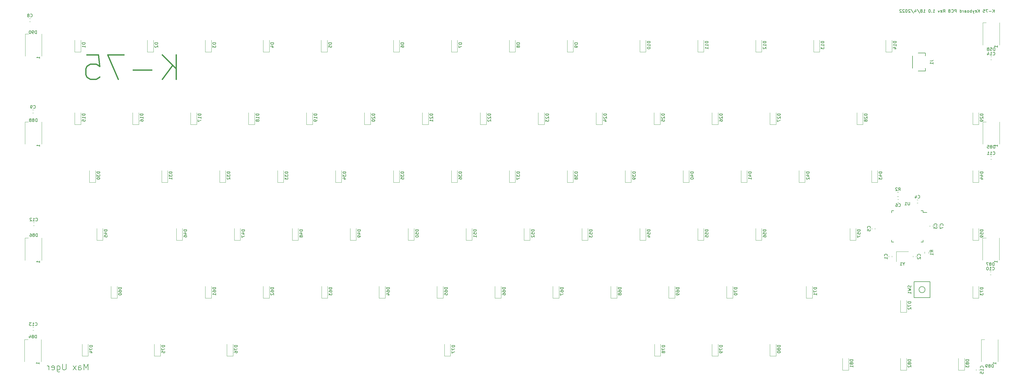
<source format=gbr>
G04 #@! TF.GenerationSoftware,KiCad,Pcbnew,(5.1.4)-1*
G04 #@! TF.CreationDate,2022-04-19T23:21:49-04:00*
G04 #@! TF.ProjectId,K-75,4b2d3735-2e6b-4696-9361-645f70636258,rev?*
G04 #@! TF.SameCoordinates,Original*
G04 #@! TF.FileFunction,Legend,Bot*
G04 #@! TF.FilePolarity,Positive*
%FSLAX46Y46*%
G04 Gerber Fmt 4.6, Leading zero omitted, Abs format (unit mm)*
G04 Created by KiCad (PCBNEW (5.1.4)-1) date 2022-04-19 23:21:49*
%MOMM*%
%LPD*%
G04 APERTURE LIST*
%ADD10C,0.200000*%
%ADD11C,0.150000*%
%ADD12C,0.450000*%
%ADD13C,0.120000*%
G04 APERTURE END LIST*
D10*
X75151428Y-195214761D02*
X75151428Y-193214761D01*
X74484761Y-194643333D01*
X73818095Y-193214761D01*
X73818095Y-195214761D01*
X72008571Y-195214761D02*
X72008571Y-194167142D01*
X72103809Y-193976666D01*
X72294285Y-193881428D01*
X72675238Y-193881428D01*
X72865714Y-193976666D01*
X72008571Y-195119523D02*
X72199047Y-195214761D01*
X72675238Y-195214761D01*
X72865714Y-195119523D01*
X72960952Y-194929047D01*
X72960952Y-194738571D01*
X72865714Y-194548095D01*
X72675238Y-194452857D01*
X72199047Y-194452857D01*
X72008571Y-194357619D01*
X71246666Y-195214761D02*
X70199047Y-193881428D01*
X71246666Y-193881428D02*
X70199047Y-195214761D01*
X67913333Y-193214761D02*
X67913333Y-194833809D01*
X67818095Y-195024285D01*
X67722857Y-195119523D01*
X67532380Y-195214761D01*
X67151428Y-195214761D01*
X66960952Y-195119523D01*
X66865714Y-195024285D01*
X66770476Y-194833809D01*
X66770476Y-193214761D01*
X64960952Y-193881428D02*
X64960952Y-195500476D01*
X65056190Y-195690952D01*
X65151428Y-195786190D01*
X65341904Y-195881428D01*
X65627619Y-195881428D01*
X65818095Y-195786190D01*
X64960952Y-195119523D02*
X65151428Y-195214761D01*
X65532380Y-195214761D01*
X65722857Y-195119523D01*
X65818095Y-195024285D01*
X65913333Y-194833809D01*
X65913333Y-194262380D01*
X65818095Y-194071904D01*
X65722857Y-193976666D01*
X65532380Y-193881428D01*
X65151428Y-193881428D01*
X64960952Y-193976666D01*
X63246666Y-195119523D02*
X63437142Y-195214761D01*
X63818095Y-195214761D01*
X64008571Y-195119523D01*
X64103809Y-194929047D01*
X64103809Y-194167142D01*
X64008571Y-193976666D01*
X63818095Y-193881428D01*
X63437142Y-193881428D01*
X63246666Y-193976666D01*
X63151428Y-194167142D01*
X63151428Y-194357619D01*
X64103809Y-194548095D01*
X62294285Y-195214761D02*
X62294285Y-193881428D01*
X62294285Y-194262380D02*
X62199047Y-194071904D01*
X62103809Y-193976666D01*
X61913333Y-193881428D01*
X61722857Y-193881428D01*
D11*
X373179619Y-77541380D02*
X373179619Y-76541380D01*
X372608190Y-77541380D02*
X373036761Y-76969952D01*
X372608190Y-76541380D02*
X373179619Y-77112809D01*
X372179619Y-77160428D02*
X371417714Y-77160428D01*
X371036761Y-76541380D02*
X370370095Y-76541380D01*
X370798666Y-77541380D01*
X369512952Y-76541380D02*
X369989142Y-76541380D01*
X370036761Y-77017571D01*
X369989142Y-76969952D01*
X369893904Y-76922333D01*
X369655809Y-76922333D01*
X369560571Y-76969952D01*
X369512952Y-77017571D01*
X369465333Y-77112809D01*
X369465333Y-77350904D01*
X369512952Y-77446142D01*
X369560571Y-77493761D01*
X369655809Y-77541380D01*
X369893904Y-77541380D01*
X369989142Y-77493761D01*
X370036761Y-77446142D01*
X368274857Y-77541380D02*
X368274857Y-76541380D01*
X367703428Y-77541380D02*
X368132000Y-76969952D01*
X367703428Y-76541380D02*
X368274857Y-77112809D01*
X366893904Y-77493761D02*
X366989142Y-77541380D01*
X367179619Y-77541380D01*
X367274857Y-77493761D01*
X367322476Y-77398523D01*
X367322476Y-77017571D01*
X367274857Y-76922333D01*
X367179619Y-76874714D01*
X366989142Y-76874714D01*
X366893904Y-76922333D01*
X366846285Y-77017571D01*
X366846285Y-77112809D01*
X367322476Y-77208047D01*
X366512952Y-76874714D02*
X366274857Y-77541380D01*
X366036761Y-76874714D02*
X366274857Y-77541380D01*
X366370095Y-77779476D01*
X366417714Y-77827095D01*
X366512952Y-77874714D01*
X365655809Y-77541380D02*
X365655809Y-76541380D01*
X365655809Y-76922333D02*
X365560571Y-76874714D01*
X365370095Y-76874714D01*
X365274857Y-76922333D01*
X365227238Y-76969952D01*
X365179619Y-77065190D01*
X365179619Y-77350904D01*
X365227238Y-77446142D01*
X365274857Y-77493761D01*
X365370095Y-77541380D01*
X365560571Y-77541380D01*
X365655809Y-77493761D01*
X364608190Y-77541380D02*
X364703428Y-77493761D01*
X364751047Y-77446142D01*
X364798666Y-77350904D01*
X364798666Y-77065190D01*
X364751047Y-76969952D01*
X364703428Y-76922333D01*
X364608190Y-76874714D01*
X364465333Y-76874714D01*
X364370095Y-76922333D01*
X364322476Y-76969952D01*
X364274857Y-77065190D01*
X364274857Y-77350904D01*
X364322476Y-77446142D01*
X364370095Y-77493761D01*
X364465333Y-77541380D01*
X364608190Y-77541380D01*
X363417714Y-77541380D02*
X363417714Y-77017571D01*
X363465333Y-76922333D01*
X363560571Y-76874714D01*
X363751047Y-76874714D01*
X363846285Y-76922333D01*
X363417714Y-77493761D02*
X363512952Y-77541380D01*
X363751047Y-77541380D01*
X363846285Y-77493761D01*
X363893904Y-77398523D01*
X363893904Y-77303285D01*
X363846285Y-77208047D01*
X363751047Y-77160428D01*
X363512952Y-77160428D01*
X363417714Y-77112809D01*
X362941523Y-77541380D02*
X362941523Y-76874714D01*
X362941523Y-77065190D02*
X362893904Y-76969952D01*
X362846285Y-76922333D01*
X362751047Y-76874714D01*
X362655809Y-76874714D01*
X361893904Y-77541380D02*
X361893904Y-76541380D01*
X361893904Y-77493761D02*
X361989142Y-77541380D01*
X362179619Y-77541380D01*
X362274857Y-77493761D01*
X362322476Y-77446142D01*
X362370095Y-77350904D01*
X362370095Y-77065190D01*
X362322476Y-76969952D01*
X362274857Y-76922333D01*
X362179619Y-76874714D01*
X361989142Y-76874714D01*
X361893904Y-76922333D01*
X360655809Y-77541380D02*
X360655809Y-76541380D01*
X360274857Y-76541380D01*
X360179619Y-76589000D01*
X360132000Y-76636619D01*
X360084380Y-76731857D01*
X360084380Y-76874714D01*
X360132000Y-76969952D01*
X360179619Y-77017571D01*
X360274857Y-77065190D01*
X360655809Y-77065190D01*
X359084380Y-77446142D02*
X359132000Y-77493761D01*
X359274857Y-77541380D01*
X359370095Y-77541380D01*
X359512952Y-77493761D01*
X359608190Y-77398523D01*
X359655809Y-77303285D01*
X359703428Y-77112809D01*
X359703428Y-76969952D01*
X359655809Y-76779476D01*
X359608190Y-76684238D01*
X359512952Y-76589000D01*
X359370095Y-76541380D01*
X359274857Y-76541380D01*
X359132000Y-76589000D01*
X359084380Y-76636619D01*
X358322476Y-77017571D02*
X358179619Y-77065190D01*
X358132000Y-77112809D01*
X358084380Y-77208047D01*
X358084380Y-77350904D01*
X358132000Y-77446142D01*
X358179619Y-77493761D01*
X358274857Y-77541380D01*
X358655809Y-77541380D01*
X358655809Y-76541380D01*
X358322476Y-76541380D01*
X358227238Y-76589000D01*
X358179619Y-76636619D01*
X358132000Y-76731857D01*
X358132000Y-76827095D01*
X358179619Y-76922333D01*
X358227238Y-76969952D01*
X358322476Y-77017571D01*
X358655809Y-77017571D01*
X356322476Y-77541380D02*
X356655809Y-77065190D01*
X356893904Y-77541380D02*
X356893904Y-76541380D01*
X356512952Y-76541380D01*
X356417714Y-76589000D01*
X356370095Y-76636619D01*
X356322476Y-76731857D01*
X356322476Y-76874714D01*
X356370095Y-76969952D01*
X356417714Y-77017571D01*
X356512952Y-77065190D01*
X356893904Y-77065190D01*
X355512952Y-77493761D02*
X355608190Y-77541380D01*
X355798666Y-77541380D01*
X355893904Y-77493761D01*
X355941523Y-77398523D01*
X355941523Y-77017571D01*
X355893904Y-76922333D01*
X355798666Y-76874714D01*
X355608190Y-76874714D01*
X355512952Y-76922333D01*
X355465333Y-77017571D01*
X355465333Y-77112809D01*
X355941523Y-77208047D01*
X355132000Y-76874714D02*
X354893904Y-77541380D01*
X354655809Y-76874714D01*
X352989142Y-77541380D02*
X353560571Y-77541380D01*
X353274857Y-77541380D02*
X353274857Y-76541380D01*
X353370095Y-76684238D01*
X353465333Y-76779476D01*
X353560571Y-76827095D01*
X352560571Y-77446142D02*
X352512952Y-77493761D01*
X352560571Y-77541380D01*
X352608190Y-77493761D01*
X352560571Y-77446142D01*
X352560571Y-77541380D01*
X351893904Y-76541380D02*
X351798666Y-76541380D01*
X351703428Y-76589000D01*
X351655809Y-76636619D01*
X351608190Y-76731857D01*
X351560571Y-76922333D01*
X351560571Y-77160428D01*
X351608190Y-77350904D01*
X351655809Y-77446142D01*
X351703428Y-77493761D01*
X351798666Y-77541380D01*
X351893904Y-77541380D01*
X351989142Y-77493761D01*
X352036761Y-77446142D01*
X352084380Y-77350904D01*
X352132000Y-77160428D01*
X352132000Y-76922333D01*
X352084380Y-76731857D01*
X352036761Y-76636619D01*
X351989142Y-76589000D01*
X351893904Y-76541380D01*
X349846285Y-77541380D02*
X350417714Y-77541380D01*
X350132000Y-77541380D02*
X350132000Y-76541380D01*
X350227238Y-76684238D01*
X350322476Y-76779476D01*
X350417714Y-76827095D01*
X349274857Y-76969952D02*
X349370095Y-76922333D01*
X349417714Y-76874714D01*
X349465333Y-76779476D01*
X349465333Y-76731857D01*
X349417714Y-76636619D01*
X349370095Y-76589000D01*
X349274857Y-76541380D01*
X349084380Y-76541380D01*
X348989142Y-76589000D01*
X348941523Y-76636619D01*
X348893904Y-76731857D01*
X348893904Y-76779476D01*
X348941523Y-76874714D01*
X348989142Y-76922333D01*
X349084380Y-76969952D01*
X349274857Y-76969952D01*
X349370095Y-77017571D01*
X349417714Y-77065190D01*
X349465333Y-77160428D01*
X349465333Y-77350904D01*
X349417714Y-77446142D01*
X349370095Y-77493761D01*
X349274857Y-77541380D01*
X349084380Y-77541380D01*
X348989142Y-77493761D01*
X348941523Y-77446142D01*
X348893904Y-77350904D01*
X348893904Y-77160428D01*
X348941523Y-77065190D01*
X348989142Y-77017571D01*
X349084380Y-76969952D01*
X347751047Y-76493761D02*
X348608190Y-77779476D01*
X346989142Y-76874714D02*
X346989142Y-77541380D01*
X347227238Y-76493761D02*
X347465333Y-77208047D01*
X346846285Y-77208047D01*
X345751047Y-76493761D02*
X346608190Y-77779476D01*
X345465333Y-76636619D02*
X345417714Y-76589000D01*
X345322476Y-76541380D01*
X345084380Y-76541380D01*
X344989142Y-76589000D01*
X344941523Y-76636619D01*
X344893904Y-76731857D01*
X344893904Y-76827095D01*
X344941523Y-76969952D01*
X345512952Y-77541380D01*
X344893904Y-77541380D01*
X344274857Y-76541380D02*
X344179619Y-76541380D01*
X344084380Y-76589000D01*
X344036761Y-76636619D01*
X343989142Y-76731857D01*
X343941523Y-76922333D01*
X343941523Y-77160428D01*
X343989142Y-77350904D01*
X344036761Y-77446142D01*
X344084380Y-77493761D01*
X344179619Y-77541380D01*
X344274857Y-77541380D01*
X344370095Y-77493761D01*
X344417714Y-77446142D01*
X344465333Y-77350904D01*
X344512952Y-77160428D01*
X344512952Y-76922333D01*
X344465333Y-76731857D01*
X344417714Y-76636619D01*
X344370095Y-76589000D01*
X344274857Y-76541380D01*
X343560571Y-76636619D02*
X343512952Y-76589000D01*
X343417714Y-76541380D01*
X343179619Y-76541380D01*
X343084380Y-76589000D01*
X343036761Y-76636619D01*
X342989142Y-76731857D01*
X342989142Y-76827095D01*
X343036761Y-76969952D01*
X343608190Y-77541380D01*
X342989142Y-77541380D01*
X342608190Y-76636619D02*
X342560571Y-76589000D01*
X342465333Y-76541380D01*
X342227238Y-76541380D01*
X342132000Y-76589000D01*
X342084380Y-76636619D01*
X342036761Y-76731857D01*
X342036761Y-76827095D01*
X342084380Y-76969952D01*
X342655809Y-77541380D01*
X342036761Y-77541380D01*
D12*
X104074666Y-99504047D02*
X104074666Y-91504047D01*
X99503238Y-99504047D02*
X102931809Y-94932619D01*
X99503238Y-91504047D02*
X104074666Y-96075476D01*
X96074666Y-96456428D02*
X89979428Y-96456428D01*
X86931809Y-91504047D02*
X81598476Y-91504047D01*
X85027047Y-99504047D01*
X74741333Y-91504047D02*
X78550857Y-91504047D01*
X78931809Y-95313571D01*
X78550857Y-94932619D01*
X77788952Y-94551666D01*
X75884190Y-94551666D01*
X75122285Y-94932619D01*
X74741333Y-95313571D01*
X74360380Y-96075476D01*
X74360380Y-97980238D01*
X74741333Y-98742142D01*
X75122285Y-99123095D01*
X75884190Y-99504047D01*
X77788952Y-99504047D01*
X78550857Y-99123095D01*
X78931809Y-98742142D01*
D13*
X54451000Y-84615000D02*
X55601000Y-84615000D01*
X54451000Y-91915000D02*
X54451000Y-84615000D01*
X59951000Y-91915000D02*
X59951000Y-84615000D01*
X368852000Y-185199000D02*
X370002000Y-185199000D01*
X368852000Y-192499000D02*
X368852000Y-185199000D01*
X374352000Y-192499000D02*
X374352000Y-185199000D01*
X54400000Y-113571000D02*
X55550000Y-113571000D01*
X54400000Y-120871000D02*
X54400000Y-113571000D01*
X59900000Y-120871000D02*
X59900000Y-113571000D01*
X369309000Y-151761000D02*
X370459000Y-151761000D01*
X369309000Y-159061000D02*
X369309000Y-151761000D01*
X374809000Y-159061000D02*
X374809000Y-151761000D01*
X54400000Y-151798000D02*
X55550000Y-151798000D01*
X54400000Y-159098000D02*
X54400000Y-151798000D01*
X59900000Y-159098000D02*
X59900000Y-151798000D01*
X369360000Y-113571000D02*
X370510000Y-113571000D01*
X369360000Y-120871000D02*
X369360000Y-113571000D01*
X374860000Y-120871000D02*
X374860000Y-113571000D01*
X54273000Y-185199000D02*
X55423000Y-185199000D01*
X54273000Y-192499000D02*
X54273000Y-185199000D01*
X59773000Y-192499000D02*
X59773000Y-185199000D01*
X367155000Y-195336279D02*
X367155000Y-195010721D01*
X368175000Y-195336279D02*
X368175000Y-195010721D01*
X372247279Y-93093000D02*
X371921721Y-93093000D01*
X372247279Y-92073000D02*
X371921721Y-92073000D01*
X57312779Y-182120000D02*
X56987221Y-182120000D01*
X57312779Y-181100000D02*
X56987221Y-181100000D01*
X57439779Y-147703000D02*
X57114221Y-147703000D01*
X57439779Y-146683000D02*
X57114221Y-146683000D01*
X372247279Y-125859000D02*
X371921721Y-125859000D01*
X372247279Y-124839000D02*
X371921721Y-124839000D01*
X372044279Y-163832000D02*
X371718721Y-163832000D01*
X372044279Y-162812000D02*
X371718721Y-162812000D01*
X57185779Y-110619000D02*
X56860221Y-110619000D01*
X57185779Y-109599000D02*
X56860221Y-109599000D01*
X56169779Y-80520000D02*
X55844221Y-80520000D01*
X56169779Y-79500000D02*
X55844221Y-79500000D01*
X369360000Y-80932000D02*
X370510000Y-80932000D01*
X369360000Y-88232000D02*
X369360000Y-80932000D01*
X374860000Y-88232000D02*
X374860000Y-80932000D01*
X363331000Y-195290000D02*
X363331000Y-191390000D01*
X361331000Y-195290000D02*
X361331000Y-191390000D01*
X363331000Y-195290000D02*
X361331000Y-195290000D01*
X344281000Y-195290000D02*
X344281000Y-191390000D01*
X342281000Y-195290000D02*
X342281000Y-191390000D01*
X344281000Y-195290000D02*
X342281000Y-195290000D01*
X325231000Y-195290000D02*
X325231000Y-191390000D01*
X323231000Y-195290000D02*
X323231000Y-191390000D01*
X325231000Y-195290000D02*
X323231000Y-195290000D01*
X301355000Y-190591000D02*
X301355000Y-186691000D01*
X299355000Y-190591000D02*
X299355000Y-186691000D01*
X301355000Y-190591000D02*
X299355000Y-190591000D01*
X282305000Y-190591000D02*
X282305000Y-186691000D01*
X280305000Y-190591000D02*
X280305000Y-186691000D01*
X282305000Y-190591000D02*
X280305000Y-190591000D01*
X263382000Y-190591000D02*
X263382000Y-186691000D01*
X261382000Y-190591000D02*
X261382000Y-186691000D01*
X263382000Y-190591000D02*
X261382000Y-190591000D01*
X194294000Y-190591000D02*
X194294000Y-186691000D01*
X192294000Y-190591000D02*
X192294000Y-186691000D01*
X194294000Y-190591000D02*
X192294000Y-190591000D01*
X122793000Y-190590000D02*
X122793000Y-186690000D01*
X120793000Y-190590000D02*
X120793000Y-186690000D01*
X122793000Y-190590000D02*
X120793000Y-190590000D01*
X98917000Y-190591000D02*
X98917000Y-186691000D01*
X96917000Y-190591000D02*
X96917000Y-186691000D01*
X98917000Y-190591000D02*
X96917000Y-190591000D01*
X75168000Y-190590000D02*
X75168000Y-186690000D01*
X73168000Y-190590000D02*
X73168000Y-186690000D01*
X75168000Y-190590000D02*
X73168000Y-190590000D01*
X368030000Y-171541000D02*
X368030000Y-167641000D01*
X366030000Y-171541000D02*
X366030000Y-167641000D01*
X368030000Y-171541000D02*
X366030000Y-171541000D01*
X344281000Y-176240000D02*
X344281000Y-172340000D01*
X342281000Y-176240000D02*
X342281000Y-172340000D01*
X344281000Y-176240000D02*
X342281000Y-176240000D01*
X313293000Y-171541000D02*
X313293000Y-167641000D01*
X311293000Y-171541000D02*
X311293000Y-167641000D01*
X313293000Y-171541000D02*
X311293000Y-171541000D01*
X287131000Y-171541000D02*
X287131000Y-167641000D01*
X285131000Y-171541000D02*
X285131000Y-167641000D01*
X287131000Y-171541000D02*
X285131000Y-171541000D01*
X268081000Y-171541000D02*
X268081000Y-167641000D01*
X266081000Y-171541000D02*
X266081000Y-167641000D01*
X268081000Y-171541000D02*
X266081000Y-171541000D01*
X249031000Y-171541000D02*
X249031000Y-167641000D01*
X247031000Y-171541000D02*
X247031000Y-167641000D01*
X249031000Y-171541000D02*
X247031000Y-171541000D01*
X229981000Y-171541000D02*
X229981000Y-167641000D01*
X227981000Y-171541000D02*
X227981000Y-167641000D01*
X229981000Y-171541000D02*
X227981000Y-171541000D01*
X210931000Y-171541000D02*
X210931000Y-167641000D01*
X208931000Y-171541000D02*
X208931000Y-167641000D01*
X210931000Y-171541000D02*
X208931000Y-171541000D01*
X191881000Y-171541000D02*
X191881000Y-167641000D01*
X189881000Y-171541000D02*
X189881000Y-167641000D01*
X191881000Y-171541000D02*
X189881000Y-171541000D01*
X172831000Y-171541000D02*
X172831000Y-167641000D01*
X170831000Y-171541000D02*
X170831000Y-167641000D01*
X172831000Y-171541000D02*
X170831000Y-171541000D01*
X153908000Y-171541000D02*
X153908000Y-167641000D01*
X151908000Y-171541000D02*
X151908000Y-167641000D01*
X153908000Y-171541000D02*
X151908000Y-171541000D01*
X134731000Y-171541000D02*
X134731000Y-167641000D01*
X132731000Y-171541000D02*
X132731000Y-167641000D01*
X134731000Y-171541000D02*
X132731000Y-171541000D01*
X115681000Y-171541000D02*
X115681000Y-167641000D01*
X113681000Y-171541000D02*
X113681000Y-167641000D01*
X115681000Y-171541000D02*
X113681000Y-171541000D01*
X84693000Y-171541000D02*
X84693000Y-167641000D01*
X82693000Y-171541000D02*
X82693000Y-167641000D01*
X84693000Y-171541000D02*
X82693000Y-171541000D01*
X368030000Y-152491000D02*
X368030000Y-148591000D01*
X366030000Y-152491000D02*
X366030000Y-148591000D01*
X368030000Y-152491000D02*
X366030000Y-152491000D01*
X327644000Y-152491000D02*
X327644000Y-148591000D01*
X325644000Y-152491000D02*
X325644000Y-148591000D01*
X327644000Y-152491000D02*
X325644000Y-152491000D01*
X296656000Y-152491000D02*
X296656000Y-148591000D01*
X294656000Y-152491000D02*
X294656000Y-148591000D01*
X296656000Y-152491000D02*
X294656000Y-152491000D01*
X277606000Y-152491000D02*
X277606000Y-148591000D01*
X275606000Y-152491000D02*
X275606000Y-148591000D01*
X277606000Y-152491000D02*
X275606000Y-152491000D01*
X258556000Y-152491000D02*
X258556000Y-148591000D01*
X256556000Y-152491000D02*
X256556000Y-148591000D01*
X258556000Y-152491000D02*
X256556000Y-152491000D01*
X239506000Y-152491000D02*
X239506000Y-148591000D01*
X237506000Y-152491000D02*
X237506000Y-148591000D01*
X239506000Y-152491000D02*
X237506000Y-152491000D01*
X220456000Y-152491000D02*
X220456000Y-148591000D01*
X218456000Y-152491000D02*
X218456000Y-148591000D01*
X220456000Y-152491000D02*
X218456000Y-152491000D01*
X201406000Y-152491000D02*
X201406000Y-148591000D01*
X199406000Y-152491000D02*
X199406000Y-148591000D01*
X201406000Y-152491000D02*
X199406000Y-152491000D01*
X182356000Y-152491000D02*
X182356000Y-148591000D01*
X180356000Y-152491000D02*
X180356000Y-148591000D01*
X182356000Y-152491000D02*
X180356000Y-152491000D01*
X163306000Y-152491000D02*
X163306000Y-148591000D01*
X161306000Y-152491000D02*
X161306000Y-148591000D01*
X163306000Y-152491000D02*
X161306000Y-152491000D01*
X144256000Y-152491000D02*
X144256000Y-148591000D01*
X142256000Y-152491000D02*
X142256000Y-148591000D01*
X144256000Y-152491000D02*
X142256000Y-152491000D01*
X125206000Y-152491000D02*
X125206000Y-148591000D01*
X123206000Y-152491000D02*
X123206000Y-148591000D01*
X125206000Y-152491000D02*
X123206000Y-152491000D01*
X106156000Y-152491000D02*
X106156000Y-148591000D01*
X104156000Y-152491000D02*
X104156000Y-148591000D01*
X106156000Y-152491000D02*
X104156000Y-152491000D01*
X79994000Y-152491000D02*
X79994000Y-148591000D01*
X77994000Y-152491000D02*
X77994000Y-148591000D01*
X79994000Y-152491000D02*
X77994000Y-152491000D01*
X368030000Y-133441000D02*
X368030000Y-129541000D01*
X366030000Y-133441000D02*
X366030000Y-129541000D01*
X368030000Y-133441000D02*
X366030000Y-133441000D01*
X334756000Y-133441000D02*
X334756000Y-129541000D01*
X332756000Y-133441000D02*
X332756000Y-129541000D01*
X334756000Y-133441000D02*
X332756000Y-133441000D01*
X310880000Y-133441000D02*
X310880000Y-129541000D01*
X308880000Y-133441000D02*
X308880000Y-129541000D01*
X310880000Y-133441000D02*
X308880000Y-133441000D01*
X291830000Y-133441000D02*
X291830000Y-129541000D01*
X289830000Y-133441000D02*
X289830000Y-129541000D01*
X291830000Y-133441000D02*
X289830000Y-133441000D01*
X272780000Y-133441000D02*
X272780000Y-129541000D01*
X270780000Y-133441000D02*
X270780000Y-129541000D01*
X272780000Y-133441000D02*
X270780000Y-133441000D01*
X253730000Y-133441000D02*
X253730000Y-129541000D01*
X251730000Y-133441000D02*
X251730000Y-129541000D01*
X253730000Y-133441000D02*
X251730000Y-133441000D01*
X234680000Y-133441000D02*
X234680000Y-129541000D01*
X232680000Y-133441000D02*
X232680000Y-129541000D01*
X234680000Y-133441000D02*
X232680000Y-133441000D01*
X215630000Y-133441000D02*
X215630000Y-129541000D01*
X213630000Y-133441000D02*
X213630000Y-129541000D01*
X215630000Y-133441000D02*
X213630000Y-133441000D01*
X196580000Y-133441000D02*
X196580000Y-129541000D01*
X194580000Y-133441000D02*
X194580000Y-129541000D01*
X196580000Y-133441000D02*
X194580000Y-133441000D01*
X177530000Y-133441000D02*
X177530000Y-129541000D01*
X175530000Y-133441000D02*
X175530000Y-129541000D01*
X177530000Y-133441000D02*
X175530000Y-133441000D01*
X158480000Y-133441000D02*
X158480000Y-129541000D01*
X156480000Y-133441000D02*
X156480000Y-129541000D01*
X158480000Y-133441000D02*
X156480000Y-133441000D01*
X139430000Y-133441000D02*
X139430000Y-129541000D01*
X137430000Y-133441000D02*
X137430000Y-129541000D01*
X139430000Y-133441000D02*
X137430000Y-133441000D01*
X120380000Y-133441000D02*
X120380000Y-129541000D01*
X118380000Y-133441000D02*
X118380000Y-129541000D01*
X120380000Y-133441000D02*
X118380000Y-133441000D01*
X101330000Y-133441000D02*
X101330000Y-129541000D01*
X99330000Y-133441000D02*
X99330000Y-129541000D01*
X101330000Y-133441000D02*
X99330000Y-133441000D01*
X77581000Y-133441000D02*
X77581000Y-129541000D01*
X75581000Y-133441000D02*
X75581000Y-129541000D01*
X77581000Y-133441000D02*
X75581000Y-133441000D01*
X368030000Y-114391000D02*
X368030000Y-110491000D01*
X366030000Y-114391000D02*
X366030000Y-110491000D01*
X368030000Y-114391000D02*
X366030000Y-114391000D01*
X329930000Y-114391000D02*
X329930000Y-110491000D01*
X327930000Y-114391000D02*
X327930000Y-110491000D01*
X329930000Y-114391000D02*
X327930000Y-114391000D01*
X301355000Y-114391000D02*
X301355000Y-110491000D01*
X299355000Y-114391000D02*
X299355000Y-110491000D01*
X301355000Y-114391000D02*
X299355000Y-114391000D01*
X282305000Y-114391000D02*
X282305000Y-110491000D01*
X280305000Y-114391000D02*
X280305000Y-110491000D01*
X282305000Y-114391000D02*
X280305000Y-114391000D01*
X263255000Y-114391000D02*
X263255000Y-110491000D01*
X261255000Y-114391000D02*
X261255000Y-110491000D01*
X263255000Y-114391000D02*
X261255000Y-114391000D01*
X244205000Y-114391000D02*
X244205000Y-110491000D01*
X242205000Y-114391000D02*
X242205000Y-110491000D01*
X244205000Y-114391000D02*
X242205000Y-114391000D01*
X225155000Y-114391000D02*
X225155000Y-110491000D01*
X223155000Y-114391000D02*
X223155000Y-110491000D01*
X225155000Y-114391000D02*
X223155000Y-114391000D01*
X206105000Y-114391000D02*
X206105000Y-110491000D01*
X204105000Y-114391000D02*
X204105000Y-110491000D01*
X206105000Y-114391000D02*
X204105000Y-114391000D01*
X187055000Y-114391000D02*
X187055000Y-110491000D01*
X185055000Y-114391000D02*
X185055000Y-110491000D01*
X187055000Y-114391000D02*
X185055000Y-114391000D01*
X168005000Y-114391000D02*
X168005000Y-110491000D01*
X166005000Y-114391000D02*
X166005000Y-110491000D01*
X168005000Y-114391000D02*
X166005000Y-114391000D01*
X148955000Y-114391000D02*
X148955000Y-110491000D01*
X146955000Y-114391000D02*
X146955000Y-110491000D01*
X148955000Y-114391000D02*
X146955000Y-114391000D01*
X129905000Y-114391000D02*
X129905000Y-110491000D01*
X127905000Y-114391000D02*
X127905000Y-110491000D01*
X129905000Y-114391000D02*
X127905000Y-114391000D01*
X110855000Y-114391000D02*
X110855000Y-110491000D01*
X108855000Y-114391000D02*
X108855000Y-110491000D01*
X110855000Y-114391000D02*
X108855000Y-114391000D01*
X91805000Y-114391000D02*
X91805000Y-110491000D01*
X89805000Y-114391000D02*
X89805000Y-110491000D01*
X91805000Y-114391000D02*
X89805000Y-114391000D01*
X72755000Y-114391000D02*
X72755000Y-110491000D01*
X70755000Y-114391000D02*
X70755000Y-110491000D01*
X72755000Y-114391000D02*
X70755000Y-114391000D01*
X339455000Y-90515000D02*
X339455000Y-86615000D01*
X337455000Y-90515000D02*
X337455000Y-86615000D01*
X339455000Y-90515000D02*
X337455000Y-90515000D01*
X315706000Y-90515000D02*
X315706000Y-86615000D01*
X313706000Y-90515000D02*
X313706000Y-86615000D01*
X315706000Y-90515000D02*
X313706000Y-90515000D01*
X296656000Y-90515000D02*
X296656000Y-86615000D01*
X294656000Y-90515000D02*
X294656000Y-86615000D01*
X296656000Y-90515000D02*
X294656000Y-90515000D01*
X277606000Y-90515000D02*
X277606000Y-86615000D01*
X275606000Y-90515000D02*
X275606000Y-86615000D01*
X277606000Y-90515000D02*
X275606000Y-90515000D01*
X258556000Y-90515000D02*
X258556000Y-86615000D01*
X256556000Y-90515000D02*
X256556000Y-86615000D01*
X258556000Y-90515000D02*
X256556000Y-90515000D01*
X234680000Y-90515000D02*
X234680000Y-86615000D01*
X232680000Y-90515000D02*
X232680000Y-86615000D01*
X234680000Y-90515000D02*
X232680000Y-90515000D01*
X215630000Y-90515000D02*
X215630000Y-86615000D01*
X213630000Y-90515000D02*
X213630000Y-86615000D01*
X215630000Y-90515000D02*
X213630000Y-90515000D01*
X196580000Y-90515000D02*
X196580000Y-86615000D01*
X194580000Y-90515000D02*
X194580000Y-86615000D01*
X196580000Y-90515000D02*
X194580000Y-90515000D01*
X177530000Y-90515000D02*
X177530000Y-86615000D01*
X175530000Y-90515000D02*
X175530000Y-86615000D01*
X177530000Y-90515000D02*
X175530000Y-90515000D01*
X153781000Y-90515000D02*
X153781000Y-86615000D01*
X151781000Y-90515000D02*
X151781000Y-86615000D01*
X153781000Y-90515000D02*
X151781000Y-90515000D01*
X134731000Y-90516000D02*
X134731000Y-86616000D01*
X132731000Y-90516000D02*
X132731000Y-86616000D01*
X134731000Y-90516000D02*
X132731000Y-90516000D01*
X115681000Y-90515000D02*
X115681000Y-86615000D01*
X113681000Y-90515000D02*
X113681000Y-86615000D01*
X115681000Y-90515000D02*
X113681000Y-90515000D01*
X96631000Y-90515000D02*
X96631000Y-86615000D01*
X94631000Y-90515000D02*
X94631000Y-86615000D01*
X96631000Y-90515000D02*
X94631000Y-90515000D01*
X72755000Y-90515000D02*
X72755000Y-86615000D01*
X70755000Y-90515000D02*
X70755000Y-86615000D01*
X72755000Y-90515000D02*
X70755000Y-90515000D01*
X340900000Y-156211000D02*
X344900000Y-156211000D01*
X340900000Y-159511000D02*
X340900000Y-156211000D01*
D11*
X349726000Y-143355000D02*
X351001000Y-143355000D01*
X339376000Y-142780000D02*
X340051000Y-142780000D01*
X339376000Y-153130000D02*
X340051000Y-153130000D01*
X349726000Y-153130000D02*
X349051000Y-153130000D01*
X349726000Y-142780000D02*
X349051000Y-142780000D01*
X349726000Y-153130000D02*
X349726000Y-152455000D01*
X339376000Y-153130000D02*
X339376000Y-152455000D01*
X339376000Y-142780000D02*
X339376000Y-143455000D01*
X349726000Y-142780000D02*
X349726000Y-143355000D01*
X351977000Y-171383000D02*
X351977000Y-166183000D01*
X351977000Y-166183000D02*
X346777000Y-166183000D01*
X346777000Y-166183000D02*
X346777000Y-171383000D01*
X346777000Y-171383000D02*
X351977000Y-171383000D01*
X350377000Y-168783000D02*
G75*
G03X350377000Y-168783000I-1000000J0D01*
G01*
D13*
X341713078Y-138124000D02*
X341195922Y-138124000D01*
X341713078Y-136704000D02*
X341195922Y-136704000D01*
X350191000Y-156849578D02*
X350191000Y-156332422D01*
X351611000Y-156849578D02*
X351611000Y-156332422D01*
D11*
X350475000Y-96853000D02*
X350475000Y-95853000D01*
X348075000Y-96853000D02*
X350475000Y-96853000D01*
X346275000Y-91853000D02*
X346275000Y-95853000D01*
X350475000Y-90853000D02*
X348075000Y-90853000D01*
X350475000Y-91853000D02*
X350475000Y-90853000D01*
D13*
X353947000Y-148016279D02*
X353947000Y-147690721D01*
X354967000Y-148016279D02*
X354967000Y-147690721D01*
X341340221Y-139063000D02*
X341665779Y-139063000D01*
X341340221Y-140083000D02*
X341665779Y-140083000D01*
X333885000Y-148554221D02*
X333885000Y-148879779D01*
X332865000Y-148554221D02*
X332865000Y-148879779D01*
X348015779Y-140210000D02*
X347690221Y-140210000D01*
X348015779Y-139190000D02*
X347690221Y-139190000D01*
X351915000Y-148016279D02*
X351915000Y-147690721D01*
X352935000Y-148016279D02*
X352935000Y-147690721D01*
X346454000Y-158049279D02*
X346454000Y-157723721D01*
X347474000Y-158049279D02*
X347474000Y-157723721D01*
X339473000Y-157723721D02*
X339473000Y-158049279D01*
X338453000Y-157723721D02*
X338453000Y-158049279D01*
D11*
X58237285Y-84526380D02*
X58237285Y-83526380D01*
X57999190Y-83526380D01*
X57856333Y-83574000D01*
X57761095Y-83669238D01*
X57713476Y-83764476D01*
X57665857Y-83954952D01*
X57665857Y-84097809D01*
X57713476Y-84288285D01*
X57761095Y-84383523D01*
X57856333Y-84478761D01*
X57999190Y-84526380D01*
X58237285Y-84526380D01*
X57189666Y-84526380D02*
X56999190Y-84526380D01*
X56903952Y-84478761D01*
X56856333Y-84431142D01*
X56761095Y-84288285D01*
X56713476Y-84097809D01*
X56713476Y-83716857D01*
X56761095Y-83621619D01*
X56808714Y-83574000D01*
X56903952Y-83526380D01*
X57094428Y-83526380D01*
X57189666Y-83574000D01*
X57237285Y-83621619D01*
X57284904Y-83716857D01*
X57284904Y-83954952D01*
X57237285Y-84050190D01*
X57189666Y-84097809D01*
X57094428Y-84145428D01*
X56903952Y-84145428D01*
X56808714Y-84097809D01*
X56761095Y-84050190D01*
X56713476Y-83954952D01*
X56094428Y-83526380D02*
X55999190Y-83526380D01*
X55903952Y-83574000D01*
X55856333Y-83621619D01*
X55808714Y-83716857D01*
X55761095Y-83907333D01*
X55761095Y-84145428D01*
X55808714Y-84335904D01*
X55856333Y-84431142D01*
X55903952Y-84478761D01*
X55999190Y-84526380D01*
X56094428Y-84526380D01*
X56189666Y-84478761D01*
X56237285Y-84431142D01*
X56284904Y-84335904D01*
X56332523Y-84145428D01*
X56332523Y-83907333D01*
X56284904Y-83716857D01*
X56237285Y-83621619D01*
X56189666Y-83574000D01*
X56094428Y-83526380D01*
X59253380Y-92700714D02*
X59253380Y-92129285D01*
X59253380Y-92415000D02*
X58253380Y-92415000D01*
X58396238Y-92319761D01*
X58491476Y-92224523D01*
X58539095Y-92129285D01*
X372816285Y-194381380D02*
X372816285Y-193381380D01*
X372578190Y-193381380D01*
X372435333Y-193429000D01*
X372340095Y-193524238D01*
X372292476Y-193619476D01*
X372244857Y-193809952D01*
X372244857Y-193952809D01*
X372292476Y-194143285D01*
X372340095Y-194238523D01*
X372435333Y-194333761D01*
X372578190Y-194381380D01*
X372816285Y-194381380D01*
X371673428Y-193809952D02*
X371768666Y-193762333D01*
X371816285Y-193714714D01*
X371863904Y-193619476D01*
X371863904Y-193571857D01*
X371816285Y-193476619D01*
X371768666Y-193429000D01*
X371673428Y-193381380D01*
X371482952Y-193381380D01*
X371387714Y-193429000D01*
X371340095Y-193476619D01*
X371292476Y-193571857D01*
X371292476Y-193619476D01*
X371340095Y-193714714D01*
X371387714Y-193762333D01*
X371482952Y-193809952D01*
X371673428Y-193809952D01*
X371768666Y-193857571D01*
X371816285Y-193905190D01*
X371863904Y-194000428D01*
X371863904Y-194190904D01*
X371816285Y-194286142D01*
X371768666Y-194333761D01*
X371673428Y-194381380D01*
X371482952Y-194381380D01*
X371387714Y-194333761D01*
X371340095Y-194286142D01*
X371292476Y-194190904D01*
X371292476Y-194000428D01*
X371340095Y-193905190D01*
X371387714Y-193857571D01*
X371482952Y-193809952D01*
X370816285Y-194381380D02*
X370625809Y-194381380D01*
X370530571Y-194333761D01*
X370482952Y-194286142D01*
X370387714Y-194143285D01*
X370340095Y-193952809D01*
X370340095Y-193571857D01*
X370387714Y-193476619D01*
X370435333Y-193429000D01*
X370530571Y-193381380D01*
X370721047Y-193381380D01*
X370816285Y-193429000D01*
X370863904Y-193476619D01*
X370911523Y-193571857D01*
X370911523Y-193809952D01*
X370863904Y-193905190D01*
X370816285Y-193952809D01*
X370721047Y-194000428D01*
X370530571Y-194000428D01*
X370435333Y-193952809D01*
X370387714Y-193905190D01*
X370340095Y-193809952D01*
X373654380Y-193284714D02*
X373654380Y-192713285D01*
X373654380Y-192999000D02*
X372654380Y-192999000D01*
X372797238Y-192903761D01*
X372892476Y-192808523D01*
X372940095Y-192713285D01*
X58364285Y-113482380D02*
X58364285Y-112482380D01*
X58126190Y-112482380D01*
X57983333Y-112530000D01*
X57888095Y-112625238D01*
X57840476Y-112720476D01*
X57792857Y-112910952D01*
X57792857Y-113053809D01*
X57840476Y-113244285D01*
X57888095Y-113339523D01*
X57983333Y-113434761D01*
X58126190Y-113482380D01*
X58364285Y-113482380D01*
X57221428Y-112910952D02*
X57316666Y-112863333D01*
X57364285Y-112815714D01*
X57411904Y-112720476D01*
X57411904Y-112672857D01*
X57364285Y-112577619D01*
X57316666Y-112530000D01*
X57221428Y-112482380D01*
X57030952Y-112482380D01*
X56935714Y-112530000D01*
X56888095Y-112577619D01*
X56840476Y-112672857D01*
X56840476Y-112720476D01*
X56888095Y-112815714D01*
X56935714Y-112863333D01*
X57030952Y-112910952D01*
X57221428Y-112910952D01*
X57316666Y-112958571D01*
X57364285Y-113006190D01*
X57411904Y-113101428D01*
X57411904Y-113291904D01*
X57364285Y-113387142D01*
X57316666Y-113434761D01*
X57221428Y-113482380D01*
X57030952Y-113482380D01*
X56935714Y-113434761D01*
X56888095Y-113387142D01*
X56840476Y-113291904D01*
X56840476Y-113101428D01*
X56888095Y-113006190D01*
X56935714Y-112958571D01*
X57030952Y-112910952D01*
X56269047Y-112910952D02*
X56364285Y-112863333D01*
X56411904Y-112815714D01*
X56459523Y-112720476D01*
X56459523Y-112672857D01*
X56411904Y-112577619D01*
X56364285Y-112530000D01*
X56269047Y-112482380D01*
X56078571Y-112482380D01*
X55983333Y-112530000D01*
X55935714Y-112577619D01*
X55888095Y-112672857D01*
X55888095Y-112720476D01*
X55935714Y-112815714D01*
X55983333Y-112863333D01*
X56078571Y-112910952D01*
X56269047Y-112910952D01*
X56364285Y-112958571D01*
X56411904Y-113006190D01*
X56459523Y-113101428D01*
X56459523Y-113291904D01*
X56411904Y-113387142D01*
X56364285Y-113434761D01*
X56269047Y-113482380D01*
X56078571Y-113482380D01*
X55983333Y-113434761D01*
X55935714Y-113387142D01*
X55888095Y-113291904D01*
X55888095Y-113101428D01*
X55935714Y-113006190D01*
X55983333Y-112958571D01*
X56078571Y-112910952D01*
X59202380Y-121656714D02*
X59202380Y-121085285D01*
X59202380Y-121371000D02*
X58202380Y-121371000D01*
X58345238Y-121275761D01*
X58440476Y-121180523D01*
X58488095Y-121085285D01*
X373070285Y-160853380D02*
X373070285Y-159853380D01*
X372832190Y-159853380D01*
X372689333Y-159901000D01*
X372594095Y-159996238D01*
X372546476Y-160091476D01*
X372498857Y-160281952D01*
X372498857Y-160424809D01*
X372546476Y-160615285D01*
X372594095Y-160710523D01*
X372689333Y-160805761D01*
X372832190Y-160853380D01*
X373070285Y-160853380D01*
X371927428Y-160281952D02*
X372022666Y-160234333D01*
X372070285Y-160186714D01*
X372117904Y-160091476D01*
X372117904Y-160043857D01*
X372070285Y-159948619D01*
X372022666Y-159901000D01*
X371927428Y-159853380D01*
X371736952Y-159853380D01*
X371641714Y-159901000D01*
X371594095Y-159948619D01*
X371546476Y-160043857D01*
X371546476Y-160091476D01*
X371594095Y-160186714D01*
X371641714Y-160234333D01*
X371736952Y-160281952D01*
X371927428Y-160281952D01*
X372022666Y-160329571D01*
X372070285Y-160377190D01*
X372117904Y-160472428D01*
X372117904Y-160662904D01*
X372070285Y-160758142D01*
X372022666Y-160805761D01*
X371927428Y-160853380D01*
X371736952Y-160853380D01*
X371641714Y-160805761D01*
X371594095Y-160758142D01*
X371546476Y-160662904D01*
X371546476Y-160472428D01*
X371594095Y-160377190D01*
X371641714Y-160329571D01*
X371736952Y-160281952D01*
X371213142Y-159853380D02*
X370546476Y-159853380D01*
X370975047Y-160853380D01*
X374111380Y-159846714D02*
X374111380Y-159275285D01*
X374111380Y-159561000D02*
X373111380Y-159561000D01*
X373254238Y-159465761D01*
X373349476Y-159370523D01*
X373397095Y-159275285D01*
X58491285Y-151328380D02*
X58491285Y-150328380D01*
X58253190Y-150328380D01*
X58110333Y-150376000D01*
X58015095Y-150471238D01*
X57967476Y-150566476D01*
X57919857Y-150756952D01*
X57919857Y-150899809D01*
X57967476Y-151090285D01*
X58015095Y-151185523D01*
X58110333Y-151280761D01*
X58253190Y-151328380D01*
X58491285Y-151328380D01*
X57348428Y-150756952D02*
X57443666Y-150709333D01*
X57491285Y-150661714D01*
X57538904Y-150566476D01*
X57538904Y-150518857D01*
X57491285Y-150423619D01*
X57443666Y-150376000D01*
X57348428Y-150328380D01*
X57157952Y-150328380D01*
X57062714Y-150376000D01*
X57015095Y-150423619D01*
X56967476Y-150518857D01*
X56967476Y-150566476D01*
X57015095Y-150661714D01*
X57062714Y-150709333D01*
X57157952Y-150756952D01*
X57348428Y-150756952D01*
X57443666Y-150804571D01*
X57491285Y-150852190D01*
X57538904Y-150947428D01*
X57538904Y-151137904D01*
X57491285Y-151233142D01*
X57443666Y-151280761D01*
X57348428Y-151328380D01*
X57157952Y-151328380D01*
X57062714Y-151280761D01*
X57015095Y-151233142D01*
X56967476Y-151137904D01*
X56967476Y-150947428D01*
X57015095Y-150852190D01*
X57062714Y-150804571D01*
X57157952Y-150756952D01*
X56110333Y-150328380D02*
X56300809Y-150328380D01*
X56396047Y-150376000D01*
X56443666Y-150423619D01*
X56538904Y-150566476D01*
X56586523Y-150756952D01*
X56586523Y-151137904D01*
X56538904Y-151233142D01*
X56491285Y-151280761D01*
X56396047Y-151328380D01*
X56205571Y-151328380D01*
X56110333Y-151280761D01*
X56062714Y-151233142D01*
X56015095Y-151137904D01*
X56015095Y-150899809D01*
X56062714Y-150804571D01*
X56110333Y-150756952D01*
X56205571Y-150709333D01*
X56396047Y-150709333D01*
X56491285Y-150756952D01*
X56538904Y-150804571D01*
X56586523Y-150899809D01*
X59202380Y-159883714D02*
X59202380Y-159312285D01*
X59202380Y-159598000D02*
X58202380Y-159598000D01*
X58345238Y-159502761D01*
X58440476Y-159407523D01*
X58488095Y-159312285D01*
X373324285Y-122245380D02*
X373324285Y-121245380D01*
X373086190Y-121245380D01*
X372943333Y-121293000D01*
X372848095Y-121388238D01*
X372800476Y-121483476D01*
X372752857Y-121673952D01*
X372752857Y-121816809D01*
X372800476Y-122007285D01*
X372848095Y-122102523D01*
X372943333Y-122197761D01*
X373086190Y-122245380D01*
X373324285Y-122245380D01*
X372181428Y-121673952D02*
X372276666Y-121626333D01*
X372324285Y-121578714D01*
X372371904Y-121483476D01*
X372371904Y-121435857D01*
X372324285Y-121340619D01*
X372276666Y-121293000D01*
X372181428Y-121245380D01*
X371990952Y-121245380D01*
X371895714Y-121293000D01*
X371848095Y-121340619D01*
X371800476Y-121435857D01*
X371800476Y-121483476D01*
X371848095Y-121578714D01*
X371895714Y-121626333D01*
X371990952Y-121673952D01*
X372181428Y-121673952D01*
X372276666Y-121721571D01*
X372324285Y-121769190D01*
X372371904Y-121864428D01*
X372371904Y-122054904D01*
X372324285Y-122150142D01*
X372276666Y-122197761D01*
X372181428Y-122245380D01*
X371990952Y-122245380D01*
X371895714Y-122197761D01*
X371848095Y-122150142D01*
X371800476Y-122054904D01*
X371800476Y-121864428D01*
X371848095Y-121769190D01*
X371895714Y-121721571D01*
X371990952Y-121673952D01*
X370895714Y-121245380D02*
X371371904Y-121245380D01*
X371419523Y-121721571D01*
X371371904Y-121673952D01*
X371276666Y-121626333D01*
X371038571Y-121626333D01*
X370943333Y-121673952D01*
X370895714Y-121721571D01*
X370848095Y-121816809D01*
X370848095Y-122054904D01*
X370895714Y-122150142D01*
X370943333Y-122197761D01*
X371038571Y-122245380D01*
X371276666Y-122245380D01*
X371371904Y-122197761D01*
X371419523Y-122150142D01*
X374162380Y-121656714D02*
X374162380Y-121085285D01*
X374162380Y-121371000D02*
X373162380Y-121371000D01*
X373305238Y-121275761D01*
X373400476Y-121180523D01*
X373448095Y-121085285D01*
X58237285Y-184729380D02*
X58237285Y-183729380D01*
X57999190Y-183729380D01*
X57856333Y-183777000D01*
X57761095Y-183872238D01*
X57713476Y-183967476D01*
X57665857Y-184157952D01*
X57665857Y-184300809D01*
X57713476Y-184491285D01*
X57761095Y-184586523D01*
X57856333Y-184681761D01*
X57999190Y-184729380D01*
X58237285Y-184729380D01*
X57094428Y-184157952D02*
X57189666Y-184110333D01*
X57237285Y-184062714D01*
X57284904Y-183967476D01*
X57284904Y-183919857D01*
X57237285Y-183824619D01*
X57189666Y-183777000D01*
X57094428Y-183729380D01*
X56903952Y-183729380D01*
X56808714Y-183777000D01*
X56761095Y-183824619D01*
X56713476Y-183919857D01*
X56713476Y-183967476D01*
X56761095Y-184062714D01*
X56808714Y-184110333D01*
X56903952Y-184157952D01*
X57094428Y-184157952D01*
X57189666Y-184205571D01*
X57237285Y-184253190D01*
X57284904Y-184348428D01*
X57284904Y-184538904D01*
X57237285Y-184634142D01*
X57189666Y-184681761D01*
X57094428Y-184729380D01*
X56903952Y-184729380D01*
X56808714Y-184681761D01*
X56761095Y-184634142D01*
X56713476Y-184538904D01*
X56713476Y-184348428D01*
X56761095Y-184253190D01*
X56808714Y-184205571D01*
X56903952Y-184157952D01*
X55856333Y-184062714D02*
X55856333Y-184729380D01*
X56094428Y-183681761D02*
X56332523Y-184396047D01*
X55713476Y-184396047D01*
X59075380Y-193284714D02*
X59075380Y-192713285D01*
X59075380Y-192999000D02*
X58075380Y-192999000D01*
X58218238Y-192903761D01*
X58313476Y-192808523D01*
X58361095Y-192713285D01*
X369452142Y-194530642D02*
X369499761Y-194483023D01*
X369547380Y-194340166D01*
X369547380Y-194244928D01*
X369499761Y-194102071D01*
X369404523Y-194006833D01*
X369309285Y-193959214D01*
X369118809Y-193911595D01*
X368975952Y-193911595D01*
X368785476Y-193959214D01*
X368690238Y-194006833D01*
X368595000Y-194102071D01*
X368547380Y-194244928D01*
X368547380Y-194340166D01*
X368595000Y-194483023D01*
X368642619Y-194530642D01*
X369547380Y-195483023D02*
X369547380Y-194911595D01*
X369547380Y-195197309D02*
X368547380Y-195197309D01*
X368690238Y-195102071D01*
X368785476Y-195006833D01*
X368833095Y-194911595D01*
X368547380Y-196387785D02*
X368547380Y-195911595D01*
X369023571Y-195863976D01*
X368975952Y-195911595D01*
X368928333Y-196006833D01*
X368928333Y-196244928D01*
X368975952Y-196340166D01*
X369023571Y-196387785D01*
X369118809Y-196435404D01*
X369356904Y-196435404D01*
X369452142Y-196387785D01*
X369499761Y-196340166D01*
X369547380Y-196244928D01*
X369547380Y-196006833D01*
X369499761Y-195911595D01*
X369452142Y-195863976D01*
X372727357Y-91510142D02*
X372774976Y-91557761D01*
X372917833Y-91605380D01*
X373013071Y-91605380D01*
X373155928Y-91557761D01*
X373251166Y-91462523D01*
X373298785Y-91367285D01*
X373346404Y-91176809D01*
X373346404Y-91033952D01*
X373298785Y-90843476D01*
X373251166Y-90748238D01*
X373155928Y-90653000D01*
X373013071Y-90605380D01*
X372917833Y-90605380D01*
X372774976Y-90653000D01*
X372727357Y-90700619D01*
X371774976Y-91605380D02*
X372346404Y-91605380D01*
X372060690Y-91605380D02*
X372060690Y-90605380D01*
X372155928Y-90748238D01*
X372251166Y-90843476D01*
X372346404Y-90891095D01*
X370917833Y-90938714D02*
X370917833Y-91605380D01*
X371155928Y-90557761D02*
X371394023Y-91272047D01*
X370774976Y-91272047D01*
X57792857Y-180537142D02*
X57840476Y-180584761D01*
X57983333Y-180632380D01*
X58078571Y-180632380D01*
X58221428Y-180584761D01*
X58316666Y-180489523D01*
X58364285Y-180394285D01*
X58411904Y-180203809D01*
X58411904Y-180060952D01*
X58364285Y-179870476D01*
X58316666Y-179775238D01*
X58221428Y-179680000D01*
X58078571Y-179632380D01*
X57983333Y-179632380D01*
X57840476Y-179680000D01*
X57792857Y-179727619D01*
X56840476Y-180632380D02*
X57411904Y-180632380D01*
X57126190Y-180632380D02*
X57126190Y-179632380D01*
X57221428Y-179775238D01*
X57316666Y-179870476D01*
X57411904Y-179918095D01*
X56507142Y-179632380D02*
X55888095Y-179632380D01*
X56221428Y-180013333D01*
X56078571Y-180013333D01*
X55983333Y-180060952D01*
X55935714Y-180108571D01*
X55888095Y-180203809D01*
X55888095Y-180441904D01*
X55935714Y-180537142D01*
X55983333Y-180584761D01*
X56078571Y-180632380D01*
X56364285Y-180632380D01*
X56459523Y-180584761D01*
X56507142Y-180537142D01*
X57919857Y-146120142D02*
X57967476Y-146167761D01*
X58110333Y-146215380D01*
X58205571Y-146215380D01*
X58348428Y-146167761D01*
X58443666Y-146072523D01*
X58491285Y-145977285D01*
X58538904Y-145786809D01*
X58538904Y-145643952D01*
X58491285Y-145453476D01*
X58443666Y-145358238D01*
X58348428Y-145263000D01*
X58205571Y-145215380D01*
X58110333Y-145215380D01*
X57967476Y-145263000D01*
X57919857Y-145310619D01*
X56967476Y-146215380D02*
X57538904Y-146215380D01*
X57253190Y-146215380D02*
X57253190Y-145215380D01*
X57348428Y-145358238D01*
X57443666Y-145453476D01*
X57538904Y-145501095D01*
X56586523Y-145310619D02*
X56538904Y-145263000D01*
X56443666Y-145215380D01*
X56205571Y-145215380D01*
X56110333Y-145263000D01*
X56062714Y-145310619D01*
X56015095Y-145405857D01*
X56015095Y-145501095D01*
X56062714Y-145643952D01*
X56634142Y-146215380D01*
X56015095Y-146215380D01*
X372727357Y-124276142D02*
X372774976Y-124323761D01*
X372917833Y-124371380D01*
X373013071Y-124371380D01*
X373155928Y-124323761D01*
X373251166Y-124228523D01*
X373298785Y-124133285D01*
X373346404Y-123942809D01*
X373346404Y-123799952D01*
X373298785Y-123609476D01*
X373251166Y-123514238D01*
X373155928Y-123419000D01*
X373013071Y-123371380D01*
X372917833Y-123371380D01*
X372774976Y-123419000D01*
X372727357Y-123466619D01*
X371774976Y-124371380D02*
X372346404Y-124371380D01*
X372060690Y-124371380D02*
X372060690Y-123371380D01*
X372155928Y-123514238D01*
X372251166Y-123609476D01*
X372346404Y-123657095D01*
X370822595Y-124371380D02*
X371394023Y-124371380D01*
X371108309Y-124371380D02*
X371108309Y-123371380D01*
X371203547Y-123514238D01*
X371298785Y-123609476D01*
X371394023Y-123657095D01*
X372524357Y-162249142D02*
X372571976Y-162296761D01*
X372714833Y-162344380D01*
X372810071Y-162344380D01*
X372952928Y-162296761D01*
X373048166Y-162201523D01*
X373095785Y-162106285D01*
X373143404Y-161915809D01*
X373143404Y-161772952D01*
X373095785Y-161582476D01*
X373048166Y-161487238D01*
X372952928Y-161392000D01*
X372810071Y-161344380D01*
X372714833Y-161344380D01*
X372571976Y-161392000D01*
X372524357Y-161439619D01*
X371571976Y-162344380D02*
X372143404Y-162344380D01*
X371857690Y-162344380D02*
X371857690Y-161344380D01*
X371952928Y-161487238D01*
X372048166Y-161582476D01*
X372143404Y-161630095D01*
X370952928Y-161344380D02*
X370857690Y-161344380D01*
X370762452Y-161392000D01*
X370714833Y-161439619D01*
X370667214Y-161534857D01*
X370619595Y-161725333D01*
X370619595Y-161963428D01*
X370667214Y-162153904D01*
X370714833Y-162249142D01*
X370762452Y-162296761D01*
X370857690Y-162344380D01*
X370952928Y-162344380D01*
X371048166Y-162296761D01*
X371095785Y-162249142D01*
X371143404Y-162153904D01*
X371191023Y-161963428D01*
X371191023Y-161725333D01*
X371143404Y-161534857D01*
X371095785Y-161439619D01*
X371048166Y-161392000D01*
X370952928Y-161344380D01*
X57189666Y-109036142D02*
X57237285Y-109083761D01*
X57380142Y-109131380D01*
X57475380Y-109131380D01*
X57618238Y-109083761D01*
X57713476Y-108988523D01*
X57761095Y-108893285D01*
X57808714Y-108702809D01*
X57808714Y-108559952D01*
X57761095Y-108369476D01*
X57713476Y-108274238D01*
X57618238Y-108179000D01*
X57475380Y-108131380D01*
X57380142Y-108131380D01*
X57237285Y-108179000D01*
X57189666Y-108226619D01*
X56713476Y-109131380D02*
X56523000Y-109131380D01*
X56427761Y-109083761D01*
X56380142Y-109036142D01*
X56284904Y-108893285D01*
X56237285Y-108702809D01*
X56237285Y-108321857D01*
X56284904Y-108226619D01*
X56332523Y-108179000D01*
X56427761Y-108131380D01*
X56618238Y-108131380D01*
X56713476Y-108179000D01*
X56761095Y-108226619D01*
X56808714Y-108321857D01*
X56808714Y-108559952D01*
X56761095Y-108655190D01*
X56713476Y-108702809D01*
X56618238Y-108750428D01*
X56427761Y-108750428D01*
X56332523Y-108702809D01*
X56284904Y-108655190D01*
X56237285Y-108559952D01*
X56173666Y-78937142D02*
X56221285Y-78984761D01*
X56364142Y-79032380D01*
X56459380Y-79032380D01*
X56602238Y-78984761D01*
X56697476Y-78889523D01*
X56745095Y-78794285D01*
X56792714Y-78603809D01*
X56792714Y-78460952D01*
X56745095Y-78270476D01*
X56697476Y-78175238D01*
X56602238Y-78080000D01*
X56459380Y-78032380D01*
X56364142Y-78032380D01*
X56221285Y-78080000D01*
X56173666Y-78127619D01*
X55602238Y-78460952D02*
X55697476Y-78413333D01*
X55745095Y-78365714D01*
X55792714Y-78270476D01*
X55792714Y-78222857D01*
X55745095Y-78127619D01*
X55697476Y-78080000D01*
X55602238Y-78032380D01*
X55411761Y-78032380D01*
X55316523Y-78080000D01*
X55268904Y-78127619D01*
X55221285Y-78222857D01*
X55221285Y-78270476D01*
X55268904Y-78365714D01*
X55316523Y-78413333D01*
X55411761Y-78460952D01*
X55602238Y-78460952D01*
X55697476Y-78508571D01*
X55745095Y-78556190D01*
X55792714Y-78651428D01*
X55792714Y-78841904D01*
X55745095Y-78937142D01*
X55697476Y-78984761D01*
X55602238Y-79032380D01*
X55411761Y-79032380D01*
X55316523Y-78984761D01*
X55268904Y-78937142D01*
X55221285Y-78841904D01*
X55221285Y-78651428D01*
X55268904Y-78556190D01*
X55316523Y-78508571D01*
X55411761Y-78460952D01*
X373324285Y-90114380D02*
X373324285Y-89114380D01*
X373086190Y-89114380D01*
X372943333Y-89162000D01*
X372848095Y-89257238D01*
X372800476Y-89352476D01*
X372752857Y-89542952D01*
X372752857Y-89685809D01*
X372800476Y-89876285D01*
X372848095Y-89971523D01*
X372943333Y-90066761D01*
X373086190Y-90114380D01*
X373324285Y-90114380D01*
X371848095Y-89114380D02*
X372324285Y-89114380D01*
X372371904Y-89590571D01*
X372324285Y-89542952D01*
X372229047Y-89495333D01*
X371990952Y-89495333D01*
X371895714Y-89542952D01*
X371848095Y-89590571D01*
X371800476Y-89685809D01*
X371800476Y-89923904D01*
X371848095Y-90019142D01*
X371895714Y-90066761D01*
X371990952Y-90114380D01*
X372229047Y-90114380D01*
X372324285Y-90066761D01*
X372371904Y-90019142D01*
X371229047Y-89542952D02*
X371324285Y-89495333D01*
X371371904Y-89447714D01*
X371419523Y-89352476D01*
X371419523Y-89304857D01*
X371371904Y-89209619D01*
X371324285Y-89162000D01*
X371229047Y-89114380D01*
X371038571Y-89114380D01*
X370943333Y-89162000D01*
X370895714Y-89209619D01*
X370848095Y-89304857D01*
X370848095Y-89352476D01*
X370895714Y-89447714D01*
X370943333Y-89495333D01*
X371038571Y-89542952D01*
X371229047Y-89542952D01*
X371324285Y-89590571D01*
X371371904Y-89638190D01*
X371419523Y-89733428D01*
X371419523Y-89923904D01*
X371371904Y-90019142D01*
X371324285Y-90066761D01*
X371229047Y-90114380D01*
X371038571Y-90114380D01*
X370943333Y-90066761D01*
X370895714Y-90019142D01*
X370848095Y-89923904D01*
X370848095Y-89733428D01*
X370895714Y-89638190D01*
X370943333Y-89590571D01*
X371038571Y-89542952D01*
X374162380Y-89017714D02*
X374162380Y-88446285D01*
X374162380Y-88732000D02*
X373162380Y-88732000D01*
X373305238Y-88636761D01*
X373400476Y-88541523D01*
X373448095Y-88446285D01*
X364783380Y-191825714D02*
X363783380Y-191825714D01*
X363783380Y-192063809D01*
X363831000Y-192206666D01*
X363926238Y-192301904D01*
X364021476Y-192349523D01*
X364211952Y-192397142D01*
X364354809Y-192397142D01*
X364545285Y-192349523D01*
X364640523Y-192301904D01*
X364735761Y-192206666D01*
X364783380Y-192063809D01*
X364783380Y-191825714D01*
X364211952Y-192968571D02*
X364164333Y-192873333D01*
X364116714Y-192825714D01*
X364021476Y-192778095D01*
X363973857Y-192778095D01*
X363878619Y-192825714D01*
X363831000Y-192873333D01*
X363783380Y-192968571D01*
X363783380Y-193159047D01*
X363831000Y-193254285D01*
X363878619Y-193301904D01*
X363973857Y-193349523D01*
X364021476Y-193349523D01*
X364116714Y-193301904D01*
X364164333Y-193254285D01*
X364211952Y-193159047D01*
X364211952Y-192968571D01*
X364259571Y-192873333D01*
X364307190Y-192825714D01*
X364402428Y-192778095D01*
X364592904Y-192778095D01*
X364688142Y-192825714D01*
X364735761Y-192873333D01*
X364783380Y-192968571D01*
X364783380Y-193159047D01*
X364735761Y-193254285D01*
X364688142Y-193301904D01*
X364592904Y-193349523D01*
X364402428Y-193349523D01*
X364307190Y-193301904D01*
X364259571Y-193254285D01*
X364211952Y-193159047D01*
X363783380Y-193682857D02*
X363783380Y-194301904D01*
X364164333Y-193968571D01*
X364164333Y-194111428D01*
X364211952Y-194206666D01*
X364259571Y-194254285D01*
X364354809Y-194301904D01*
X364592904Y-194301904D01*
X364688142Y-194254285D01*
X364735761Y-194206666D01*
X364783380Y-194111428D01*
X364783380Y-193825714D01*
X364735761Y-193730476D01*
X364688142Y-193682857D01*
X345733380Y-191825714D02*
X344733380Y-191825714D01*
X344733380Y-192063809D01*
X344781000Y-192206666D01*
X344876238Y-192301904D01*
X344971476Y-192349523D01*
X345161952Y-192397142D01*
X345304809Y-192397142D01*
X345495285Y-192349523D01*
X345590523Y-192301904D01*
X345685761Y-192206666D01*
X345733380Y-192063809D01*
X345733380Y-191825714D01*
X345161952Y-192968571D02*
X345114333Y-192873333D01*
X345066714Y-192825714D01*
X344971476Y-192778095D01*
X344923857Y-192778095D01*
X344828619Y-192825714D01*
X344781000Y-192873333D01*
X344733380Y-192968571D01*
X344733380Y-193159047D01*
X344781000Y-193254285D01*
X344828619Y-193301904D01*
X344923857Y-193349523D01*
X344971476Y-193349523D01*
X345066714Y-193301904D01*
X345114333Y-193254285D01*
X345161952Y-193159047D01*
X345161952Y-192968571D01*
X345209571Y-192873333D01*
X345257190Y-192825714D01*
X345352428Y-192778095D01*
X345542904Y-192778095D01*
X345638142Y-192825714D01*
X345685761Y-192873333D01*
X345733380Y-192968571D01*
X345733380Y-193159047D01*
X345685761Y-193254285D01*
X345638142Y-193301904D01*
X345542904Y-193349523D01*
X345352428Y-193349523D01*
X345257190Y-193301904D01*
X345209571Y-193254285D01*
X345161952Y-193159047D01*
X344828619Y-193730476D02*
X344781000Y-193778095D01*
X344733380Y-193873333D01*
X344733380Y-194111428D01*
X344781000Y-194206666D01*
X344828619Y-194254285D01*
X344923857Y-194301904D01*
X345019095Y-194301904D01*
X345161952Y-194254285D01*
X345733380Y-193682857D01*
X345733380Y-194301904D01*
X326683380Y-191825714D02*
X325683380Y-191825714D01*
X325683380Y-192063809D01*
X325731000Y-192206666D01*
X325826238Y-192301904D01*
X325921476Y-192349523D01*
X326111952Y-192397142D01*
X326254809Y-192397142D01*
X326445285Y-192349523D01*
X326540523Y-192301904D01*
X326635761Y-192206666D01*
X326683380Y-192063809D01*
X326683380Y-191825714D01*
X326111952Y-192968571D02*
X326064333Y-192873333D01*
X326016714Y-192825714D01*
X325921476Y-192778095D01*
X325873857Y-192778095D01*
X325778619Y-192825714D01*
X325731000Y-192873333D01*
X325683380Y-192968571D01*
X325683380Y-193159047D01*
X325731000Y-193254285D01*
X325778619Y-193301904D01*
X325873857Y-193349523D01*
X325921476Y-193349523D01*
X326016714Y-193301904D01*
X326064333Y-193254285D01*
X326111952Y-193159047D01*
X326111952Y-192968571D01*
X326159571Y-192873333D01*
X326207190Y-192825714D01*
X326302428Y-192778095D01*
X326492904Y-192778095D01*
X326588142Y-192825714D01*
X326635761Y-192873333D01*
X326683380Y-192968571D01*
X326683380Y-193159047D01*
X326635761Y-193254285D01*
X326588142Y-193301904D01*
X326492904Y-193349523D01*
X326302428Y-193349523D01*
X326207190Y-193301904D01*
X326159571Y-193254285D01*
X326111952Y-193159047D01*
X326683380Y-194301904D02*
X326683380Y-193730476D01*
X326683380Y-194016190D02*
X325683380Y-194016190D01*
X325826238Y-193920952D01*
X325921476Y-193825714D01*
X325969095Y-193730476D01*
X302807380Y-187126714D02*
X301807380Y-187126714D01*
X301807380Y-187364809D01*
X301855000Y-187507666D01*
X301950238Y-187602904D01*
X302045476Y-187650523D01*
X302235952Y-187698142D01*
X302378809Y-187698142D01*
X302569285Y-187650523D01*
X302664523Y-187602904D01*
X302759761Y-187507666D01*
X302807380Y-187364809D01*
X302807380Y-187126714D01*
X302235952Y-188269571D02*
X302188333Y-188174333D01*
X302140714Y-188126714D01*
X302045476Y-188079095D01*
X301997857Y-188079095D01*
X301902619Y-188126714D01*
X301855000Y-188174333D01*
X301807380Y-188269571D01*
X301807380Y-188460047D01*
X301855000Y-188555285D01*
X301902619Y-188602904D01*
X301997857Y-188650523D01*
X302045476Y-188650523D01*
X302140714Y-188602904D01*
X302188333Y-188555285D01*
X302235952Y-188460047D01*
X302235952Y-188269571D01*
X302283571Y-188174333D01*
X302331190Y-188126714D01*
X302426428Y-188079095D01*
X302616904Y-188079095D01*
X302712142Y-188126714D01*
X302759761Y-188174333D01*
X302807380Y-188269571D01*
X302807380Y-188460047D01*
X302759761Y-188555285D01*
X302712142Y-188602904D01*
X302616904Y-188650523D01*
X302426428Y-188650523D01*
X302331190Y-188602904D01*
X302283571Y-188555285D01*
X302235952Y-188460047D01*
X301807380Y-189269571D02*
X301807380Y-189364809D01*
X301855000Y-189460047D01*
X301902619Y-189507666D01*
X301997857Y-189555285D01*
X302188333Y-189602904D01*
X302426428Y-189602904D01*
X302616904Y-189555285D01*
X302712142Y-189507666D01*
X302759761Y-189460047D01*
X302807380Y-189364809D01*
X302807380Y-189269571D01*
X302759761Y-189174333D01*
X302712142Y-189126714D01*
X302616904Y-189079095D01*
X302426428Y-189031476D01*
X302188333Y-189031476D01*
X301997857Y-189079095D01*
X301902619Y-189126714D01*
X301855000Y-189174333D01*
X301807380Y-189269571D01*
X283757380Y-187126714D02*
X282757380Y-187126714D01*
X282757380Y-187364809D01*
X282805000Y-187507666D01*
X282900238Y-187602904D01*
X282995476Y-187650523D01*
X283185952Y-187698142D01*
X283328809Y-187698142D01*
X283519285Y-187650523D01*
X283614523Y-187602904D01*
X283709761Y-187507666D01*
X283757380Y-187364809D01*
X283757380Y-187126714D01*
X282757380Y-188031476D02*
X282757380Y-188698142D01*
X283757380Y-188269571D01*
X283757380Y-189126714D02*
X283757380Y-189317190D01*
X283709761Y-189412428D01*
X283662142Y-189460047D01*
X283519285Y-189555285D01*
X283328809Y-189602904D01*
X282947857Y-189602904D01*
X282852619Y-189555285D01*
X282805000Y-189507666D01*
X282757380Y-189412428D01*
X282757380Y-189221952D01*
X282805000Y-189126714D01*
X282852619Y-189079095D01*
X282947857Y-189031476D01*
X283185952Y-189031476D01*
X283281190Y-189079095D01*
X283328809Y-189126714D01*
X283376428Y-189221952D01*
X283376428Y-189412428D01*
X283328809Y-189507666D01*
X283281190Y-189555285D01*
X283185952Y-189602904D01*
X264834380Y-187126714D02*
X263834380Y-187126714D01*
X263834380Y-187364809D01*
X263882000Y-187507666D01*
X263977238Y-187602904D01*
X264072476Y-187650523D01*
X264262952Y-187698142D01*
X264405809Y-187698142D01*
X264596285Y-187650523D01*
X264691523Y-187602904D01*
X264786761Y-187507666D01*
X264834380Y-187364809D01*
X264834380Y-187126714D01*
X263834380Y-188031476D02*
X263834380Y-188698142D01*
X264834380Y-188269571D01*
X264262952Y-189221952D02*
X264215333Y-189126714D01*
X264167714Y-189079095D01*
X264072476Y-189031476D01*
X264024857Y-189031476D01*
X263929619Y-189079095D01*
X263882000Y-189126714D01*
X263834380Y-189221952D01*
X263834380Y-189412428D01*
X263882000Y-189507666D01*
X263929619Y-189555285D01*
X264024857Y-189602904D01*
X264072476Y-189602904D01*
X264167714Y-189555285D01*
X264215333Y-189507666D01*
X264262952Y-189412428D01*
X264262952Y-189221952D01*
X264310571Y-189126714D01*
X264358190Y-189079095D01*
X264453428Y-189031476D01*
X264643904Y-189031476D01*
X264739142Y-189079095D01*
X264786761Y-189126714D01*
X264834380Y-189221952D01*
X264834380Y-189412428D01*
X264786761Y-189507666D01*
X264739142Y-189555285D01*
X264643904Y-189602904D01*
X264453428Y-189602904D01*
X264358190Y-189555285D01*
X264310571Y-189507666D01*
X264262952Y-189412428D01*
X195746380Y-187126714D02*
X194746380Y-187126714D01*
X194746380Y-187364809D01*
X194794000Y-187507666D01*
X194889238Y-187602904D01*
X194984476Y-187650523D01*
X195174952Y-187698142D01*
X195317809Y-187698142D01*
X195508285Y-187650523D01*
X195603523Y-187602904D01*
X195698761Y-187507666D01*
X195746380Y-187364809D01*
X195746380Y-187126714D01*
X194746380Y-188031476D02*
X194746380Y-188698142D01*
X195746380Y-188269571D01*
X194746380Y-188983857D02*
X194746380Y-189650523D01*
X195746380Y-189221952D01*
X124245380Y-187125714D02*
X123245380Y-187125714D01*
X123245380Y-187363809D01*
X123293000Y-187506666D01*
X123388238Y-187601904D01*
X123483476Y-187649523D01*
X123673952Y-187697142D01*
X123816809Y-187697142D01*
X124007285Y-187649523D01*
X124102523Y-187601904D01*
X124197761Y-187506666D01*
X124245380Y-187363809D01*
X124245380Y-187125714D01*
X123245380Y-188030476D02*
X123245380Y-188697142D01*
X124245380Y-188268571D01*
X123245380Y-189506666D02*
X123245380Y-189316190D01*
X123293000Y-189220952D01*
X123340619Y-189173333D01*
X123483476Y-189078095D01*
X123673952Y-189030476D01*
X124054904Y-189030476D01*
X124150142Y-189078095D01*
X124197761Y-189125714D01*
X124245380Y-189220952D01*
X124245380Y-189411428D01*
X124197761Y-189506666D01*
X124150142Y-189554285D01*
X124054904Y-189601904D01*
X123816809Y-189601904D01*
X123721571Y-189554285D01*
X123673952Y-189506666D01*
X123626333Y-189411428D01*
X123626333Y-189220952D01*
X123673952Y-189125714D01*
X123721571Y-189078095D01*
X123816809Y-189030476D01*
X100369380Y-187126714D02*
X99369380Y-187126714D01*
X99369380Y-187364809D01*
X99417000Y-187507666D01*
X99512238Y-187602904D01*
X99607476Y-187650523D01*
X99797952Y-187698142D01*
X99940809Y-187698142D01*
X100131285Y-187650523D01*
X100226523Y-187602904D01*
X100321761Y-187507666D01*
X100369380Y-187364809D01*
X100369380Y-187126714D01*
X99369380Y-188031476D02*
X99369380Y-188698142D01*
X100369380Y-188269571D01*
X99369380Y-189555285D02*
X99369380Y-189079095D01*
X99845571Y-189031476D01*
X99797952Y-189079095D01*
X99750333Y-189174333D01*
X99750333Y-189412428D01*
X99797952Y-189507666D01*
X99845571Y-189555285D01*
X99940809Y-189602904D01*
X100178904Y-189602904D01*
X100274142Y-189555285D01*
X100321761Y-189507666D01*
X100369380Y-189412428D01*
X100369380Y-189174333D01*
X100321761Y-189079095D01*
X100274142Y-189031476D01*
X76620380Y-187125714D02*
X75620380Y-187125714D01*
X75620380Y-187363809D01*
X75668000Y-187506666D01*
X75763238Y-187601904D01*
X75858476Y-187649523D01*
X76048952Y-187697142D01*
X76191809Y-187697142D01*
X76382285Y-187649523D01*
X76477523Y-187601904D01*
X76572761Y-187506666D01*
X76620380Y-187363809D01*
X76620380Y-187125714D01*
X75620380Y-188030476D02*
X75620380Y-188697142D01*
X76620380Y-188268571D01*
X75953714Y-189506666D02*
X76620380Y-189506666D01*
X75572761Y-189268571D02*
X76287047Y-189030476D01*
X76287047Y-189649523D01*
X369482380Y-168076714D02*
X368482380Y-168076714D01*
X368482380Y-168314809D01*
X368530000Y-168457666D01*
X368625238Y-168552904D01*
X368720476Y-168600523D01*
X368910952Y-168648142D01*
X369053809Y-168648142D01*
X369244285Y-168600523D01*
X369339523Y-168552904D01*
X369434761Y-168457666D01*
X369482380Y-168314809D01*
X369482380Y-168076714D01*
X368482380Y-168981476D02*
X368482380Y-169648142D01*
X369482380Y-169219571D01*
X368482380Y-169933857D02*
X368482380Y-170552904D01*
X368863333Y-170219571D01*
X368863333Y-170362428D01*
X368910952Y-170457666D01*
X368958571Y-170505285D01*
X369053809Y-170552904D01*
X369291904Y-170552904D01*
X369387142Y-170505285D01*
X369434761Y-170457666D01*
X369482380Y-170362428D01*
X369482380Y-170076714D01*
X369434761Y-169981476D01*
X369387142Y-169933857D01*
X345733380Y-172775714D02*
X344733380Y-172775714D01*
X344733380Y-173013809D01*
X344781000Y-173156666D01*
X344876238Y-173251904D01*
X344971476Y-173299523D01*
X345161952Y-173347142D01*
X345304809Y-173347142D01*
X345495285Y-173299523D01*
X345590523Y-173251904D01*
X345685761Y-173156666D01*
X345733380Y-173013809D01*
X345733380Y-172775714D01*
X344733380Y-173680476D02*
X344733380Y-174347142D01*
X345733380Y-173918571D01*
X344828619Y-174680476D02*
X344781000Y-174728095D01*
X344733380Y-174823333D01*
X344733380Y-175061428D01*
X344781000Y-175156666D01*
X344828619Y-175204285D01*
X344923857Y-175251904D01*
X345019095Y-175251904D01*
X345161952Y-175204285D01*
X345733380Y-174632857D01*
X345733380Y-175251904D01*
X314745380Y-168076714D02*
X313745380Y-168076714D01*
X313745380Y-168314809D01*
X313793000Y-168457666D01*
X313888238Y-168552904D01*
X313983476Y-168600523D01*
X314173952Y-168648142D01*
X314316809Y-168648142D01*
X314507285Y-168600523D01*
X314602523Y-168552904D01*
X314697761Y-168457666D01*
X314745380Y-168314809D01*
X314745380Y-168076714D01*
X313745380Y-168981476D02*
X313745380Y-169648142D01*
X314745380Y-169219571D01*
X314745380Y-170552904D02*
X314745380Y-169981476D01*
X314745380Y-170267190D02*
X313745380Y-170267190D01*
X313888238Y-170171952D01*
X313983476Y-170076714D01*
X314031095Y-169981476D01*
X288583380Y-168076714D02*
X287583380Y-168076714D01*
X287583380Y-168314809D01*
X287631000Y-168457666D01*
X287726238Y-168552904D01*
X287821476Y-168600523D01*
X288011952Y-168648142D01*
X288154809Y-168648142D01*
X288345285Y-168600523D01*
X288440523Y-168552904D01*
X288535761Y-168457666D01*
X288583380Y-168314809D01*
X288583380Y-168076714D01*
X287583380Y-168981476D02*
X287583380Y-169648142D01*
X288583380Y-169219571D01*
X287583380Y-170219571D02*
X287583380Y-170314809D01*
X287631000Y-170410047D01*
X287678619Y-170457666D01*
X287773857Y-170505285D01*
X287964333Y-170552904D01*
X288202428Y-170552904D01*
X288392904Y-170505285D01*
X288488142Y-170457666D01*
X288535761Y-170410047D01*
X288583380Y-170314809D01*
X288583380Y-170219571D01*
X288535761Y-170124333D01*
X288488142Y-170076714D01*
X288392904Y-170029095D01*
X288202428Y-169981476D01*
X287964333Y-169981476D01*
X287773857Y-170029095D01*
X287678619Y-170076714D01*
X287631000Y-170124333D01*
X287583380Y-170219571D01*
X269533380Y-168076714D02*
X268533380Y-168076714D01*
X268533380Y-168314809D01*
X268581000Y-168457666D01*
X268676238Y-168552904D01*
X268771476Y-168600523D01*
X268961952Y-168648142D01*
X269104809Y-168648142D01*
X269295285Y-168600523D01*
X269390523Y-168552904D01*
X269485761Y-168457666D01*
X269533380Y-168314809D01*
X269533380Y-168076714D01*
X268533380Y-169505285D02*
X268533380Y-169314809D01*
X268581000Y-169219571D01*
X268628619Y-169171952D01*
X268771476Y-169076714D01*
X268961952Y-169029095D01*
X269342904Y-169029095D01*
X269438142Y-169076714D01*
X269485761Y-169124333D01*
X269533380Y-169219571D01*
X269533380Y-169410047D01*
X269485761Y-169505285D01*
X269438142Y-169552904D01*
X269342904Y-169600523D01*
X269104809Y-169600523D01*
X269009571Y-169552904D01*
X268961952Y-169505285D01*
X268914333Y-169410047D01*
X268914333Y-169219571D01*
X268961952Y-169124333D01*
X269009571Y-169076714D01*
X269104809Y-169029095D01*
X269533380Y-170076714D02*
X269533380Y-170267190D01*
X269485761Y-170362428D01*
X269438142Y-170410047D01*
X269295285Y-170505285D01*
X269104809Y-170552904D01*
X268723857Y-170552904D01*
X268628619Y-170505285D01*
X268581000Y-170457666D01*
X268533380Y-170362428D01*
X268533380Y-170171952D01*
X268581000Y-170076714D01*
X268628619Y-170029095D01*
X268723857Y-169981476D01*
X268961952Y-169981476D01*
X269057190Y-170029095D01*
X269104809Y-170076714D01*
X269152428Y-170171952D01*
X269152428Y-170362428D01*
X269104809Y-170457666D01*
X269057190Y-170505285D01*
X268961952Y-170552904D01*
X250483380Y-168076714D02*
X249483380Y-168076714D01*
X249483380Y-168314809D01*
X249531000Y-168457666D01*
X249626238Y-168552904D01*
X249721476Y-168600523D01*
X249911952Y-168648142D01*
X250054809Y-168648142D01*
X250245285Y-168600523D01*
X250340523Y-168552904D01*
X250435761Y-168457666D01*
X250483380Y-168314809D01*
X250483380Y-168076714D01*
X249483380Y-169505285D02*
X249483380Y-169314809D01*
X249531000Y-169219571D01*
X249578619Y-169171952D01*
X249721476Y-169076714D01*
X249911952Y-169029095D01*
X250292904Y-169029095D01*
X250388142Y-169076714D01*
X250435761Y-169124333D01*
X250483380Y-169219571D01*
X250483380Y-169410047D01*
X250435761Y-169505285D01*
X250388142Y-169552904D01*
X250292904Y-169600523D01*
X250054809Y-169600523D01*
X249959571Y-169552904D01*
X249911952Y-169505285D01*
X249864333Y-169410047D01*
X249864333Y-169219571D01*
X249911952Y-169124333D01*
X249959571Y-169076714D01*
X250054809Y-169029095D01*
X249911952Y-170171952D02*
X249864333Y-170076714D01*
X249816714Y-170029095D01*
X249721476Y-169981476D01*
X249673857Y-169981476D01*
X249578619Y-170029095D01*
X249531000Y-170076714D01*
X249483380Y-170171952D01*
X249483380Y-170362428D01*
X249531000Y-170457666D01*
X249578619Y-170505285D01*
X249673857Y-170552904D01*
X249721476Y-170552904D01*
X249816714Y-170505285D01*
X249864333Y-170457666D01*
X249911952Y-170362428D01*
X249911952Y-170171952D01*
X249959571Y-170076714D01*
X250007190Y-170029095D01*
X250102428Y-169981476D01*
X250292904Y-169981476D01*
X250388142Y-170029095D01*
X250435761Y-170076714D01*
X250483380Y-170171952D01*
X250483380Y-170362428D01*
X250435761Y-170457666D01*
X250388142Y-170505285D01*
X250292904Y-170552904D01*
X250102428Y-170552904D01*
X250007190Y-170505285D01*
X249959571Y-170457666D01*
X249911952Y-170362428D01*
X231433380Y-168076714D02*
X230433380Y-168076714D01*
X230433380Y-168314809D01*
X230481000Y-168457666D01*
X230576238Y-168552904D01*
X230671476Y-168600523D01*
X230861952Y-168648142D01*
X231004809Y-168648142D01*
X231195285Y-168600523D01*
X231290523Y-168552904D01*
X231385761Y-168457666D01*
X231433380Y-168314809D01*
X231433380Y-168076714D01*
X230433380Y-169505285D02*
X230433380Y-169314809D01*
X230481000Y-169219571D01*
X230528619Y-169171952D01*
X230671476Y-169076714D01*
X230861952Y-169029095D01*
X231242904Y-169029095D01*
X231338142Y-169076714D01*
X231385761Y-169124333D01*
X231433380Y-169219571D01*
X231433380Y-169410047D01*
X231385761Y-169505285D01*
X231338142Y-169552904D01*
X231242904Y-169600523D01*
X231004809Y-169600523D01*
X230909571Y-169552904D01*
X230861952Y-169505285D01*
X230814333Y-169410047D01*
X230814333Y-169219571D01*
X230861952Y-169124333D01*
X230909571Y-169076714D01*
X231004809Y-169029095D01*
X230433380Y-169933857D02*
X230433380Y-170600523D01*
X231433380Y-170171952D01*
X212383380Y-168076714D02*
X211383380Y-168076714D01*
X211383380Y-168314809D01*
X211431000Y-168457666D01*
X211526238Y-168552904D01*
X211621476Y-168600523D01*
X211811952Y-168648142D01*
X211954809Y-168648142D01*
X212145285Y-168600523D01*
X212240523Y-168552904D01*
X212335761Y-168457666D01*
X212383380Y-168314809D01*
X212383380Y-168076714D01*
X211383380Y-169505285D02*
X211383380Y-169314809D01*
X211431000Y-169219571D01*
X211478619Y-169171952D01*
X211621476Y-169076714D01*
X211811952Y-169029095D01*
X212192904Y-169029095D01*
X212288142Y-169076714D01*
X212335761Y-169124333D01*
X212383380Y-169219571D01*
X212383380Y-169410047D01*
X212335761Y-169505285D01*
X212288142Y-169552904D01*
X212192904Y-169600523D01*
X211954809Y-169600523D01*
X211859571Y-169552904D01*
X211811952Y-169505285D01*
X211764333Y-169410047D01*
X211764333Y-169219571D01*
X211811952Y-169124333D01*
X211859571Y-169076714D01*
X211954809Y-169029095D01*
X211383380Y-170457666D02*
X211383380Y-170267190D01*
X211431000Y-170171952D01*
X211478619Y-170124333D01*
X211621476Y-170029095D01*
X211811952Y-169981476D01*
X212192904Y-169981476D01*
X212288142Y-170029095D01*
X212335761Y-170076714D01*
X212383380Y-170171952D01*
X212383380Y-170362428D01*
X212335761Y-170457666D01*
X212288142Y-170505285D01*
X212192904Y-170552904D01*
X211954809Y-170552904D01*
X211859571Y-170505285D01*
X211811952Y-170457666D01*
X211764333Y-170362428D01*
X211764333Y-170171952D01*
X211811952Y-170076714D01*
X211859571Y-170029095D01*
X211954809Y-169981476D01*
X193333380Y-168076714D02*
X192333380Y-168076714D01*
X192333380Y-168314809D01*
X192381000Y-168457666D01*
X192476238Y-168552904D01*
X192571476Y-168600523D01*
X192761952Y-168648142D01*
X192904809Y-168648142D01*
X193095285Y-168600523D01*
X193190523Y-168552904D01*
X193285761Y-168457666D01*
X193333380Y-168314809D01*
X193333380Y-168076714D01*
X192333380Y-169505285D02*
X192333380Y-169314809D01*
X192381000Y-169219571D01*
X192428619Y-169171952D01*
X192571476Y-169076714D01*
X192761952Y-169029095D01*
X193142904Y-169029095D01*
X193238142Y-169076714D01*
X193285761Y-169124333D01*
X193333380Y-169219571D01*
X193333380Y-169410047D01*
X193285761Y-169505285D01*
X193238142Y-169552904D01*
X193142904Y-169600523D01*
X192904809Y-169600523D01*
X192809571Y-169552904D01*
X192761952Y-169505285D01*
X192714333Y-169410047D01*
X192714333Y-169219571D01*
X192761952Y-169124333D01*
X192809571Y-169076714D01*
X192904809Y-169029095D01*
X192333380Y-170505285D02*
X192333380Y-170029095D01*
X192809571Y-169981476D01*
X192761952Y-170029095D01*
X192714333Y-170124333D01*
X192714333Y-170362428D01*
X192761952Y-170457666D01*
X192809571Y-170505285D01*
X192904809Y-170552904D01*
X193142904Y-170552904D01*
X193238142Y-170505285D01*
X193285761Y-170457666D01*
X193333380Y-170362428D01*
X193333380Y-170124333D01*
X193285761Y-170029095D01*
X193238142Y-169981476D01*
X174283380Y-168076714D02*
X173283380Y-168076714D01*
X173283380Y-168314809D01*
X173331000Y-168457666D01*
X173426238Y-168552904D01*
X173521476Y-168600523D01*
X173711952Y-168648142D01*
X173854809Y-168648142D01*
X174045285Y-168600523D01*
X174140523Y-168552904D01*
X174235761Y-168457666D01*
X174283380Y-168314809D01*
X174283380Y-168076714D01*
X173283380Y-169505285D02*
X173283380Y-169314809D01*
X173331000Y-169219571D01*
X173378619Y-169171952D01*
X173521476Y-169076714D01*
X173711952Y-169029095D01*
X174092904Y-169029095D01*
X174188142Y-169076714D01*
X174235761Y-169124333D01*
X174283380Y-169219571D01*
X174283380Y-169410047D01*
X174235761Y-169505285D01*
X174188142Y-169552904D01*
X174092904Y-169600523D01*
X173854809Y-169600523D01*
X173759571Y-169552904D01*
X173711952Y-169505285D01*
X173664333Y-169410047D01*
X173664333Y-169219571D01*
X173711952Y-169124333D01*
X173759571Y-169076714D01*
X173854809Y-169029095D01*
X173616714Y-170457666D02*
X174283380Y-170457666D01*
X173235761Y-170219571D02*
X173950047Y-169981476D01*
X173950047Y-170600523D01*
X155360380Y-168076714D02*
X154360380Y-168076714D01*
X154360380Y-168314809D01*
X154408000Y-168457666D01*
X154503238Y-168552904D01*
X154598476Y-168600523D01*
X154788952Y-168648142D01*
X154931809Y-168648142D01*
X155122285Y-168600523D01*
X155217523Y-168552904D01*
X155312761Y-168457666D01*
X155360380Y-168314809D01*
X155360380Y-168076714D01*
X154360380Y-169505285D02*
X154360380Y-169314809D01*
X154408000Y-169219571D01*
X154455619Y-169171952D01*
X154598476Y-169076714D01*
X154788952Y-169029095D01*
X155169904Y-169029095D01*
X155265142Y-169076714D01*
X155312761Y-169124333D01*
X155360380Y-169219571D01*
X155360380Y-169410047D01*
X155312761Y-169505285D01*
X155265142Y-169552904D01*
X155169904Y-169600523D01*
X154931809Y-169600523D01*
X154836571Y-169552904D01*
X154788952Y-169505285D01*
X154741333Y-169410047D01*
X154741333Y-169219571D01*
X154788952Y-169124333D01*
X154836571Y-169076714D01*
X154931809Y-169029095D01*
X154360380Y-169933857D02*
X154360380Y-170552904D01*
X154741333Y-170219571D01*
X154741333Y-170362428D01*
X154788952Y-170457666D01*
X154836571Y-170505285D01*
X154931809Y-170552904D01*
X155169904Y-170552904D01*
X155265142Y-170505285D01*
X155312761Y-170457666D01*
X155360380Y-170362428D01*
X155360380Y-170076714D01*
X155312761Y-169981476D01*
X155265142Y-169933857D01*
X136183380Y-168076714D02*
X135183380Y-168076714D01*
X135183380Y-168314809D01*
X135231000Y-168457666D01*
X135326238Y-168552904D01*
X135421476Y-168600523D01*
X135611952Y-168648142D01*
X135754809Y-168648142D01*
X135945285Y-168600523D01*
X136040523Y-168552904D01*
X136135761Y-168457666D01*
X136183380Y-168314809D01*
X136183380Y-168076714D01*
X135183380Y-169505285D02*
X135183380Y-169314809D01*
X135231000Y-169219571D01*
X135278619Y-169171952D01*
X135421476Y-169076714D01*
X135611952Y-169029095D01*
X135992904Y-169029095D01*
X136088142Y-169076714D01*
X136135761Y-169124333D01*
X136183380Y-169219571D01*
X136183380Y-169410047D01*
X136135761Y-169505285D01*
X136088142Y-169552904D01*
X135992904Y-169600523D01*
X135754809Y-169600523D01*
X135659571Y-169552904D01*
X135611952Y-169505285D01*
X135564333Y-169410047D01*
X135564333Y-169219571D01*
X135611952Y-169124333D01*
X135659571Y-169076714D01*
X135754809Y-169029095D01*
X135278619Y-169981476D02*
X135231000Y-170029095D01*
X135183380Y-170124333D01*
X135183380Y-170362428D01*
X135231000Y-170457666D01*
X135278619Y-170505285D01*
X135373857Y-170552904D01*
X135469095Y-170552904D01*
X135611952Y-170505285D01*
X136183380Y-169933857D01*
X136183380Y-170552904D01*
X117133380Y-168076714D02*
X116133380Y-168076714D01*
X116133380Y-168314809D01*
X116181000Y-168457666D01*
X116276238Y-168552904D01*
X116371476Y-168600523D01*
X116561952Y-168648142D01*
X116704809Y-168648142D01*
X116895285Y-168600523D01*
X116990523Y-168552904D01*
X117085761Y-168457666D01*
X117133380Y-168314809D01*
X117133380Y-168076714D01*
X116133380Y-169505285D02*
X116133380Y-169314809D01*
X116181000Y-169219571D01*
X116228619Y-169171952D01*
X116371476Y-169076714D01*
X116561952Y-169029095D01*
X116942904Y-169029095D01*
X117038142Y-169076714D01*
X117085761Y-169124333D01*
X117133380Y-169219571D01*
X117133380Y-169410047D01*
X117085761Y-169505285D01*
X117038142Y-169552904D01*
X116942904Y-169600523D01*
X116704809Y-169600523D01*
X116609571Y-169552904D01*
X116561952Y-169505285D01*
X116514333Y-169410047D01*
X116514333Y-169219571D01*
X116561952Y-169124333D01*
X116609571Y-169076714D01*
X116704809Y-169029095D01*
X117133380Y-170552904D02*
X117133380Y-169981476D01*
X117133380Y-170267190D02*
X116133380Y-170267190D01*
X116276238Y-170171952D01*
X116371476Y-170076714D01*
X116419095Y-169981476D01*
X86145380Y-168076714D02*
X85145380Y-168076714D01*
X85145380Y-168314809D01*
X85193000Y-168457666D01*
X85288238Y-168552904D01*
X85383476Y-168600523D01*
X85573952Y-168648142D01*
X85716809Y-168648142D01*
X85907285Y-168600523D01*
X86002523Y-168552904D01*
X86097761Y-168457666D01*
X86145380Y-168314809D01*
X86145380Y-168076714D01*
X85145380Y-169505285D02*
X85145380Y-169314809D01*
X85193000Y-169219571D01*
X85240619Y-169171952D01*
X85383476Y-169076714D01*
X85573952Y-169029095D01*
X85954904Y-169029095D01*
X86050142Y-169076714D01*
X86097761Y-169124333D01*
X86145380Y-169219571D01*
X86145380Y-169410047D01*
X86097761Y-169505285D01*
X86050142Y-169552904D01*
X85954904Y-169600523D01*
X85716809Y-169600523D01*
X85621571Y-169552904D01*
X85573952Y-169505285D01*
X85526333Y-169410047D01*
X85526333Y-169219571D01*
X85573952Y-169124333D01*
X85621571Y-169076714D01*
X85716809Y-169029095D01*
X85145380Y-170219571D02*
X85145380Y-170314809D01*
X85193000Y-170410047D01*
X85240619Y-170457666D01*
X85335857Y-170505285D01*
X85526333Y-170552904D01*
X85764428Y-170552904D01*
X85954904Y-170505285D01*
X86050142Y-170457666D01*
X86097761Y-170410047D01*
X86145380Y-170314809D01*
X86145380Y-170219571D01*
X86097761Y-170124333D01*
X86050142Y-170076714D01*
X85954904Y-170029095D01*
X85764428Y-169981476D01*
X85526333Y-169981476D01*
X85335857Y-170029095D01*
X85240619Y-170076714D01*
X85193000Y-170124333D01*
X85145380Y-170219571D01*
X369482380Y-149026714D02*
X368482380Y-149026714D01*
X368482380Y-149264809D01*
X368530000Y-149407666D01*
X368625238Y-149502904D01*
X368720476Y-149550523D01*
X368910952Y-149598142D01*
X369053809Y-149598142D01*
X369244285Y-149550523D01*
X369339523Y-149502904D01*
X369434761Y-149407666D01*
X369482380Y-149264809D01*
X369482380Y-149026714D01*
X368482380Y-150502904D02*
X368482380Y-150026714D01*
X368958571Y-149979095D01*
X368910952Y-150026714D01*
X368863333Y-150121952D01*
X368863333Y-150360047D01*
X368910952Y-150455285D01*
X368958571Y-150502904D01*
X369053809Y-150550523D01*
X369291904Y-150550523D01*
X369387142Y-150502904D01*
X369434761Y-150455285D01*
X369482380Y-150360047D01*
X369482380Y-150121952D01*
X369434761Y-150026714D01*
X369387142Y-149979095D01*
X369482380Y-151026714D02*
X369482380Y-151217190D01*
X369434761Y-151312428D01*
X369387142Y-151360047D01*
X369244285Y-151455285D01*
X369053809Y-151502904D01*
X368672857Y-151502904D01*
X368577619Y-151455285D01*
X368530000Y-151407666D01*
X368482380Y-151312428D01*
X368482380Y-151121952D01*
X368530000Y-151026714D01*
X368577619Y-150979095D01*
X368672857Y-150931476D01*
X368910952Y-150931476D01*
X369006190Y-150979095D01*
X369053809Y-151026714D01*
X369101428Y-151121952D01*
X369101428Y-151312428D01*
X369053809Y-151407666D01*
X369006190Y-151455285D01*
X368910952Y-151502904D01*
X329096380Y-149026714D02*
X328096380Y-149026714D01*
X328096380Y-149264809D01*
X328144000Y-149407666D01*
X328239238Y-149502904D01*
X328334476Y-149550523D01*
X328524952Y-149598142D01*
X328667809Y-149598142D01*
X328858285Y-149550523D01*
X328953523Y-149502904D01*
X329048761Y-149407666D01*
X329096380Y-149264809D01*
X329096380Y-149026714D01*
X328096380Y-150502904D02*
X328096380Y-150026714D01*
X328572571Y-149979095D01*
X328524952Y-150026714D01*
X328477333Y-150121952D01*
X328477333Y-150360047D01*
X328524952Y-150455285D01*
X328572571Y-150502904D01*
X328667809Y-150550523D01*
X328905904Y-150550523D01*
X329001142Y-150502904D01*
X329048761Y-150455285D01*
X329096380Y-150360047D01*
X329096380Y-150121952D01*
X329048761Y-150026714D01*
X329001142Y-149979095D01*
X328096380Y-150883857D02*
X328096380Y-151550523D01*
X329096380Y-151121952D01*
X298108380Y-149026714D02*
X297108380Y-149026714D01*
X297108380Y-149264809D01*
X297156000Y-149407666D01*
X297251238Y-149502904D01*
X297346476Y-149550523D01*
X297536952Y-149598142D01*
X297679809Y-149598142D01*
X297870285Y-149550523D01*
X297965523Y-149502904D01*
X298060761Y-149407666D01*
X298108380Y-149264809D01*
X298108380Y-149026714D01*
X297108380Y-150502904D02*
X297108380Y-150026714D01*
X297584571Y-149979095D01*
X297536952Y-150026714D01*
X297489333Y-150121952D01*
X297489333Y-150360047D01*
X297536952Y-150455285D01*
X297584571Y-150502904D01*
X297679809Y-150550523D01*
X297917904Y-150550523D01*
X298013142Y-150502904D01*
X298060761Y-150455285D01*
X298108380Y-150360047D01*
X298108380Y-150121952D01*
X298060761Y-150026714D01*
X298013142Y-149979095D01*
X297108380Y-151407666D02*
X297108380Y-151217190D01*
X297156000Y-151121952D01*
X297203619Y-151074333D01*
X297346476Y-150979095D01*
X297536952Y-150931476D01*
X297917904Y-150931476D01*
X298013142Y-150979095D01*
X298060761Y-151026714D01*
X298108380Y-151121952D01*
X298108380Y-151312428D01*
X298060761Y-151407666D01*
X298013142Y-151455285D01*
X297917904Y-151502904D01*
X297679809Y-151502904D01*
X297584571Y-151455285D01*
X297536952Y-151407666D01*
X297489333Y-151312428D01*
X297489333Y-151121952D01*
X297536952Y-151026714D01*
X297584571Y-150979095D01*
X297679809Y-150931476D01*
X279058380Y-149026714D02*
X278058380Y-149026714D01*
X278058380Y-149264809D01*
X278106000Y-149407666D01*
X278201238Y-149502904D01*
X278296476Y-149550523D01*
X278486952Y-149598142D01*
X278629809Y-149598142D01*
X278820285Y-149550523D01*
X278915523Y-149502904D01*
X279010761Y-149407666D01*
X279058380Y-149264809D01*
X279058380Y-149026714D01*
X278058380Y-150502904D02*
X278058380Y-150026714D01*
X278534571Y-149979095D01*
X278486952Y-150026714D01*
X278439333Y-150121952D01*
X278439333Y-150360047D01*
X278486952Y-150455285D01*
X278534571Y-150502904D01*
X278629809Y-150550523D01*
X278867904Y-150550523D01*
X278963142Y-150502904D01*
X279010761Y-150455285D01*
X279058380Y-150360047D01*
X279058380Y-150121952D01*
X279010761Y-150026714D01*
X278963142Y-149979095D01*
X278058380Y-151455285D02*
X278058380Y-150979095D01*
X278534571Y-150931476D01*
X278486952Y-150979095D01*
X278439333Y-151074333D01*
X278439333Y-151312428D01*
X278486952Y-151407666D01*
X278534571Y-151455285D01*
X278629809Y-151502904D01*
X278867904Y-151502904D01*
X278963142Y-151455285D01*
X279010761Y-151407666D01*
X279058380Y-151312428D01*
X279058380Y-151074333D01*
X279010761Y-150979095D01*
X278963142Y-150931476D01*
X260008380Y-149026714D02*
X259008380Y-149026714D01*
X259008380Y-149264809D01*
X259056000Y-149407666D01*
X259151238Y-149502904D01*
X259246476Y-149550523D01*
X259436952Y-149598142D01*
X259579809Y-149598142D01*
X259770285Y-149550523D01*
X259865523Y-149502904D01*
X259960761Y-149407666D01*
X260008380Y-149264809D01*
X260008380Y-149026714D01*
X259008380Y-150502904D02*
X259008380Y-150026714D01*
X259484571Y-149979095D01*
X259436952Y-150026714D01*
X259389333Y-150121952D01*
X259389333Y-150360047D01*
X259436952Y-150455285D01*
X259484571Y-150502904D01*
X259579809Y-150550523D01*
X259817904Y-150550523D01*
X259913142Y-150502904D01*
X259960761Y-150455285D01*
X260008380Y-150360047D01*
X260008380Y-150121952D01*
X259960761Y-150026714D01*
X259913142Y-149979095D01*
X259341714Y-151407666D02*
X260008380Y-151407666D01*
X258960761Y-151169571D02*
X259675047Y-150931476D01*
X259675047Y-151550523D01*
X240958380Y-149026714D02*
X239958380Y-149026714D01*
X239958380Y-149264809D01*
X240006000Y-149407666D01*
X240101238Y-149502904D01*
X240196476Y-149550523D01*
X240386952Y-149598142D01*
X240529809Y-149598142D01*
X240720285Y-149550523D01*
X240815523Y-149502904D01*
X240910761Y-149407666D01*
X240958380Y-149264809D01*
X240958380Y-149026714D01*
X239958380Y-150502904D02*
X239958380Y-150026714D01*
X240434571Y-149979095D01*
X240386952Y-150026714D01*
X240339333Y-150121952D01*
X240339333Y-150360047D01*
X240386952Y-150455285D01*
X240434571Y-150502904D01*
X240529809Y-150550523D01*
X240767904Y-150550523D01*
X240863142Y-150502904D01*
X240910761Y-150455285D01*
X240958380Y-150360047D01*
X240958380Y-150121952D01*
X240910761Y-150026714D01*
X240863142Y-149979095D01*
X239958380Y-150883857D02*
X239958380Y-151502904D01*
X240339333Y-151169571D01*
X240339333Y-151312428D01*
X240386952Y-151407666D01*
X240434571Y-151455285D01*
X240529809Y-151502904D01*
X240767904Y-151502904D01*
X240863142Y-151455285D01*
X240910761Y-151407666D01*
X240958380Y-151312428D01*
X240958380Y-151026714D01*
X240910761Y-150931476D01*
X240863142Y-150883857D01*
X221908380Y-149026714D02*
X220908380Y-149026714D01*
X220908380Y-149264809D01*
X220956000Y-149407666D01*
X221051238Y-149502904D01*
X221146476Y-149550523D01*
X221336952Y-149598142D01*
X221479809Y-149598142D01*
X221670285Y-149550523D01*
X221765523Y-149502904D01*
X221860761Y-149407666D01*
X221908380Y-149264809D01*
X221908380Y-149026714D01*
X220908380Y-150502904D02*
X220908380Y-150026714D01*
X221384571Y-149979095D01*
X221336952Y-150026714D01*
X221289333Y-150121952D01*
X221289333Y-150360047D01*
X221336952Y-150455285D01*
X221384571Y-150502904D01*
X221479809Y-150550523D01*
X221717904Y-150550523D01*
X221813142Y-150502904D01*
X221860761Y-150455285D01*
X221908380Y-150360047D01*
X221908380Y-150121952D01*
X221860761Y-150026714D01*
X221813142Y-149979095D01*
X221003619Y-150931476D02*
X220956000Y-150979095D01*
X220908380Y-151074333D01*
X220908380Y-151312428D01*
X220956000Y-151407666D01*
X221003619Y-151455285D01*
X221098857Y-151502904D01*
X221194095Y-151502904D01*
X221336952Y-151455285D01*
X221908380Y-150883857D01*
X221908380Y-151502904D01*
X202858380Y-149026714D02*
X201858380Y-149026714D01*
X201858380Y-149264809D01*
X201906000Y-149407666D01*
X202001238Y-149502904D01*
X202096476Y-149550523D01*
X202286952Y-149598142D01*
X202429809Y-149598142D01*
X202620285Y-149550523D01*
X202715523Y-149502904D01*
X202810761Y-149407666D01*
X202858380Y-149264809D01*
X202858380Y-149026714D01*
X201858380Y-150502904D02*
X201858380Y-150026714D01*
X202334571Y-149979095D01*
X202286952Y-150026714D01*
X202239333Y-150121952D01*
X202239333Y-150360047D01*
X202286952Y-150455285D01*
X202334571Y-150502904D01*
X202429809Y-150550523D01*
X202667904Y-150550523D01*
X202763142Y-150502904D01*
X202810761Y-150455285D01*
X202858380Y-150360047D01*
X202858380Y-150121952D01*
X202810761Y-150026714D01*
X202763142Y-149979095D01*
X202858380Y-151502904D02*
X202858380Y-150931476D01*
X202858380Y-151217190D02*
X201858380Y-151217190D01*
X202001238Y-151121952D01*
X202096476Y-151026714D01*
X202144095Y-150931476D01*
X183808380Y-149026714D02*
X182808380Y-149026714D01*
X182808380Y-149264809D01*
X182856000Y-149407666D01*
X182951238Y-149502904D01*
X183046476Y-149550523D01*
X183236952Y-149598142D01*
X183379809Y-149598142D01*
X183570285Y-149550523D01*
X183665523Y-149502904D01*
X183760761Y-149407666D01*
X183808380Y-149264809D01*
X183808380Y-149026714D01*
X182808380Y-150502904D02*
X182808380Y-150026714D01*
X183284571Y-149979095D01*
X183236952Y-150026714D01*
X183189333Y-150121952D01*
X183189333Y-150360047D01*
X183236952Y-150455285D01*
X183284571Y-150502904D01*
X183379809Y-150550523D01*
X183617904Y-150550523D01*
X183713142Y-150502904D01*
X183760761Y-150455285D01*
X183808380Y-150360047D01*
X183808380Y-150121952D01*
X183760761Y-150026714D01*
X183713142Y-149979095D01*
X182808380Y-151169571D02*
X182808380Y-151264809D01*
X182856000Y-151360047D01*
X182903619Y-151407666D01*
X182998857Y-151455285D01*
X183189333Y-151502904D01*
X183427428Y-151502904D01*
X183617904Y-151455285D01*
X183713142Y-151407666D01*
X183760761Y-151360047D01*
X183808380Y-151264809D01*
X183808380Y-151169571D01*
X183760761Y-151074333D01*
X183713142Y-151026714D01*
X183617904Y-150979095D01*
X183427428Y-150931476D01*
X183189333Y-150931476D01*
X182998857Y-150979095D01*
X182903619Y-151026714D01*
X182856000Y-151074333D01*
X182808380Y-151169571D01*
X164758380Y-149026714D02*
X163758380Y-149026714D01*
X163758380Y-149264809D01*
X163806000Y-149407666D01*
X163901238Y-149502904D01*
X163996476Y-149550523D01*
X164186952Y-149598142D01*
X164329809Y-149598142D01*
X164520285Y-149550523D01*
X164615523Y-149502904D01*
X164710761Y-149407666D01*
X164758380Y-149264809D01*
X164758380Y-149026714D01*
X164091714Y-150455285D02*
X164758380Y-150455285D01*
X163710761Y-150217190D02*
X164425047Y-149979095D01*
X164425047Y-150598142D01*
X164758380Y-151026714D02*
X164758380Y-151217190D01*
X164710761Y-151312428D01*
X164663142Y-151360047D01*
X164520285Y-151455285D01*
X164329809Y-151502904D01*
X163948857Y-151502904D01*
X163853619Y-151455285D01*
X163806000Y-151407666D01*
X163758380Y-151312428D01*
X163758380Y-151121952D01*
X163806000Y-151026714D01*
X163853619Y-150979095D01*
X163948857Y-150931476D01*
X164186952Y-150931476D01*
X164282190Y-150979095D01*
X164329809Y-151026714D01*
X164377428Y-151121952D01*
X164377428Y-151312428D01*
X164329809Y-151407666D01*
X164282190Y-151455285D01*
X164186952Y-151502904D01*
X145708380Y-149026714D02*
X144708380Y-149026714D01*
X144708380Y-149264809D01*
X144756000Y-149407666D01*
X144851238Y-149502904D01*
X144946476Y-149550523D01*
X145136952Y-149598142D01*
X145279809Y-149598142D01*
X145470285Y-149550523D01*
X145565523Y-149502904D01*
X145660761Y-149407666D01*
X145708380Y-149264809D01*
X145708380Y-149026714D01*
X145041714Y-150455285D02*
X145708380Y-150455285D01*
X144660761Y-150217190D02*
X145375047Y-149979095D01*
X145375047Y-150598142D01*
X145136952Y-151121952D02*
X145089333Y-151026714D01*
X145041714Y-150979095D01*
X144946476Y-150931476D01*
X144898857Y-150931476D01*
X144803619Y-150979095D01*
X144756000Y-151026714D01*
X144708380Y-151121952D01*
X144708380Y-151312428D01*
X144756000Y-151407666D01*
X144803619Y-151455285D01*
X144898857Y-151502904D01*
X144946476Y-151502904D01*
X145041714Y-151455285D01*
X145089333Y-151407666D01*
X145136952Y-151312428D01*
X145136952Y-151121952D01*
X145184571Y-151026714D01*
X145232190Y-150979095D01*
X145327428Y-150931476D01*
X145517904Y-150931476D01*
X145613142Y-150979095D01*
X145660761Y-151026714D01*
X145708380Y-151121952D01*
X145708380Y-151312428D01*
X145660761Y-151407666D01*
X145613142Y-151455285D01*
X145517904Y-151502904D01*
X145327428Y-151502904D01*
X145232190Y-151455285D01*
X145184571Y-151407666D01*
X145136952Y-151312428D01*
X126658380Y-149026714D02*
X125658380Y-149026714D01*
X125658380Y-149264809D01*
X125706000Y-149407666D01*
X125801238Y-149502904D01*
X125896476Y-149550523D01*
X126086952Y-149598142D01*
X126229809Y-149598142D01*
X126420285Y-149550523D01*
X126515523Y-149502904D01*
X126610761Y-149407666D01*
X126658380Y-149264809D01*
X126658380Y-149026714D01*
X125991714Y-150455285D02*
X126658380Y-150455285D01*
X125610761Y-150217190D02*
X126325047Y-149979095D01*
X126325047Y-150598142D01*
X125658380Y-150883857D02*
X125658380Y-151550523D01*
X126658380Y-151121952D01*
X107608380Y-149026714D02*
X106608380Y-149026714D01*
X106608380Y-149264809D01*
X106656000Y-149407666D01*
X106751238Y-149502904D01*
X106846476Y-149550523D01*
X107036952Y-149598142D01*
X107179809Y-149598142D01*
X107370285Y-149550523D01*
X107465523Y-149502904D01*
X107560761Y-149407666D01*
X107608380Y-149264809D01*
X107608380Y-149026714D01*
X106941714Y-150455285D02*
X107608380Y-150455285D01*
X106560761Y-150217190D02*
X107275047Y-149979095D01*
X107275047Y-150598142D01*
X106608380Y-151407666D02*
X106608380Y-151217190D01*
X106656000Y-151121952D01*
X106703619Y-151074333D01*
X106846476Y-150979095D01*
X107036952Y-150931476D01*
X107417904Y-150931476D01*
X107513142Y-150979095D01*
X107560761Y-151026714D01*
X107608380Y-151121952D01*
X107608380Y-151312428D01*
X107560761Y-151407666D01*
X107513142Y-151455285D01*
X107417904Y-151502904D01*
X107179809Y-151502904D01*
X107084571Y-151455285D01*
X107036952Y-151407666D01*
X106989333Y-151312428D01*
X106989333Y-151121952D01*
X107036952Y-151026714D01*
X107084571Y-150979095D01*
X107179809Y-150931476D01*
X81446380Y-149026714D02*
X80446380Y-149026714D01*
X80446380Y-149264809D01*
X80494000Y-149407666D01*
X80589238Y-149502904D01*
X80684476Y-149550523D01*
X80874952Y-149598142D01*
X81017809Y-149598142D01*
X81208285Y-149550523D01*
X81303523Y-149502904D01*
X81398761Y-149407666D01*
X81446380Y-149264809D01*
X81446380Y-149026714D01*
X80779714Y-150455285D02*
X81446380Y-150455285D01*
X80398761Y-150217190D02*
X81113047Y-149979095D01*
X81113047Y-150598142D01*
X80446380Y-151455285D02*
X80446380Y-150979095D01*
X80922571Y-150931476D01*
X80874952Y-150979095D01*
X80827333Y-151074333D01*
X80827333Y-151312428D01*
X80874952Y-151407666D01*
X80922571Y-151455285D01*
X81017809Y-151502904D01*
X81255904Y-151502904D01*
X81351142Y-151455285D01*
X81398761Y-151407666D01*
X81446380Y-151312428D01*
X81446380Y-151074333D01*
X81398761Y-150979095D01*
X81351142Y-150931476D01*
X369482380Y-129976714D02*
X368482380Y-129976714D01*
X368482380Y-130214809D01*
X368530000Y-130357666D01*
X368625238Y-130452904D01*
X368720476Y-130500523D01*
X368910952Y-130548142D01*
X369053809Y-130548142D01*
X369244285Y-130500523D01*
X369339523Y-130452904D01*
X369434761Y-130357666D01*
X369482380Y-130214809D01*
X369482380Y-129976714D01*
X368815714Y-131405285D02*
X369482380Y-131405285D01*
X368434761Y-131167190D02*
X369149047Y-130929095D01*
X369149047Y-131548142D01*
X368815714Y-132357666D02*
X369482380Y-132357666D01*
X368434761Y-132119571D02*
X369149047Y-131881476D01*
X369149047Y-132500523D01*
X336208380Y-129976714D02*
X335208380Y-129976714D01*
X335208380Y-130214809D01*
X335256000Y-130357666D01*
X335351238Y-130452904D01*
X335446476Y-130500523D01*
X335636952Y-130548142D01*
X335779809Y-130548142D01*
X335970285Y-130500523D01*
X336065523Y-130452904D01*
X336160761Y-130357666D01*
X336208380Y-130214809D01*
X336208380Y-129976714D01*
X335541714Y-131405285D02*
X336208380Y-131405285D01*
X335160761Y-131167190D02*
X335875047Y-130929095D01*
X335875047Y-131548142D01*
X335208380Y-131833857D02*
X335208380Y-132452904D01*
X335589333Y-132119571D01*
X335589333Y-132262428D01*
X335636952Y-132357666D01*
X335684571Y-132405285D01*
X335779809Y-132452904D01*
X336017904Y-132452904D01*
X336113142Y-132405285D01*
X336160761Y-132357666D01*
X336208380Y-132262428D01*
X336208380Y-131976714D01*
X336160761Y-131881476D01*
X336113142Y-131833857D01*
X312332380Y-129976714D02*
X311332380Y-129976714D01*
X311332380Y-130214809D01*
X311380000Y-130357666D01*
X311475238Y-130452904D01*
X311570476Y-130500523D01*
X311760952Y-130548142D01*
X311903809Y-130548142D01*
X312094285Y-130500523D01*
X312189523Y-130452904D01*
X312284761Y-130357666D01*
X312332380Y-130214809D01*
X312332380Y-129976714D01*
X311665714Y-131405285D02*
X312332380Y-131405285D01*
X311284761Y-131167190D02*
X311999047Y-130929095D01*
X311999047Y-131548142D01*
X311427619Y-131881476D02*
X311380000Y-131929095D01*
X311332380Y-132024333D01*
X311332380Y-132262428D01*
X311380000Y-132357666D01*
X311427619Y-132405285D01*
X311522857Y-132452904D01*
X311618095Y-132452904D01*
X311760952Y-132405285D01*
X312332380Y-131833857D01*
X312332380Y-132452904D01*
X293282380Y-129976714D02*
X292282380Y-129976714D01*
X292282380Y-130214809D01*
X292330000Y-130357666D01*
X292425238Y-130452904D01*
X292520476Y-130500523D01*
X292710952Y-130548142D01*
X292853809Y-130548142D01*
X293044285Y-130500523D01*
X293139523Y-130452904D01*
X293234761Y-130357666D01*
X293282380Y-130214809D01*
X293282380Y-129976714D01*
X292615714Y-131405285D02*
X293282380Y-131405285D01*
X292234761Y-131167190D02*
X292949047Y-130929095D01*
X292949047Y-131548142D01*
X293282380Y-132452904D02*
X293282380Y-131881476D01*
X293282380Y-132167190D02*
X292282380Y-132167190D01*
X292425238Y-132071952D01*
X292520476Y-131976714D01*
X292568095Y-131881476D01*
X274232380Y-129976714D02*
X273232380Y-129976714D01*
X273232380Y-130214809D01*
X273280000Y-130357666D01*
X273375238Y-130452904D01*
X273470476Y-130500523D01*
X273660952Y-130548142D01*
X273803809Y-130548142D01*
X273994285Y-130500523D01*
X274089523Y-130452904D01*
X274184761Y-130357666D01*
X274232380Y-130214809D01*
X274232380Y-129976714D01*
X273565714Y-131405285D02*
X274232380Y-131405285D01*
X273184761Y-131167190D02*
X273899047Y-130929095D01*
X273899047Y-131548142D01*
X273232380Y-132119571D02*
X273232380Y-132214809D01*
X273280000Y-132310047D01*
X273327619Y-132357666D01*
X273422857Y-132405285D01*
X273613333Y-132452904D01*
X273851428Y-132452904D01*
X274041904Y-132405285D01*
X274137142Y-132357666D01*
X274184761Y-132310047D01*
X274232380Y-132214809D01*
X274232380Y-132119571D01*
X274184761Y-132024333D01*
X274137142Y-131976714D01*
X274041904Y-131929095D01*
X273851428Y-131881476D01*
X273613333Y-131881476D01*
X273422857Y-131929095D01*
X273327619Y-131976714D01*
X273280000Y-132024333D01*
X273232380Y-132119571D01*
X255182380Y-129976714D02*
X254182380Y-129976714D01*
X254182380Y-130214809D01*
X254230000Y-130357666D01*
X254325238Y-130452904D01*
X254420476Y-130500523D01*
X254610952Y-130548142D01*
X254753809Y-130548142D01*
X254944285Y-130500523D01*
X255039523Y-130452904D01*
X255134761Y-130357666D01*
X255182380Y-130214809D01*
X255182380Y-129976714D01*
X254182380Y-130881476D02*
X254182380Y-131500523D01*
X254563333Y-131167190D01*
X254563333Y-131310047D01*
X254610952Y-131405285D01*
X254658571Y-131452904D01*
X254753809Y-131500523D01*
X254991904Y-131500523D01*
X255087142Y-131452904D01*
X255134761Y-131405285D01*
X255182380Y-131310047D01*
X255182380Y-131024333D01*
X255134761Y-130929095D01*
X255087142Y-130881476D01*
X255182380Y-131976714D02*
X255182380Y-132167190D01*
X255134761Y-132262428D01*
X255087142Y-132310047D01*
X254944285Y-132405285D01*
X254753809Y-132452904D01*
X254372857Y-132452904D01*
X254277619Y-132405285D01*
X254230000Y-132357666D01*
X254182380Y-132262428D01*
X254182380Y-132071952D01*
X254230000Y-131976714D01*
X254277619Y-131929095D01*
X254372857Y-131881476D01*
X254610952Y-131881476D01*
X254706190Y-131929095D01*
X254753809Y-131976714D01*
X254801428Y-132071952D01*
X254801428Y-132262428D01*
X254753809Y-132357666D01*
X254706190Y-132405285D01*
X254610952Y-132452904D01*
X236132380Y-129976714D02*
X235132380Y-129976714D01*
X235132380Y-130214809D01*
X235180000Y-130357666D01*
X235275238Y-130452904D01*
X235370476Y-130500523D01*
X235560952Y-130548142D01*
X235703809Y-130548142D01*
X235894285Y-130500523D01*
X235989523Y-130452904D01*
X236084761Y-130357666D01*
X236132380Y-130214809D01*
X236132380Y-129976714D01*
X235132380Y-130881476D02*
X235132380Y-131500523D01*
X235513333Y-131167190D01*
X235513333Y-131310047D01*
X235560952Y-131405285D01*
X235608571Y-131452904D01*
X235703809Y-131500523D01*
X235941904Y-131500523D01*
X236037142Y-131452904D01*
X236084761Y-131405285D01*
X236132380Y-131310047D01*
X236132380Y-131024333D01*
X236084761Y-130929095D01*
X236037142Y-130881476D01*
X235560952Y-132071952D02*
X235513333Y-131976714D01*
X235465714Y-131929095D01*
X235370476Y-131881476D01*
X235322857Y-131881476D01*
X235227619Y-131929095D01*
X235180000Y-131976714D01*
X235132380Y-132071952D01*
X235132380Y-132262428D01*
X235180000Y-132357666D01*
X235227619Y-132405285D01*
X235322857Y-132452904D01*
X235370476Y-132452904D01*
X235465714Y-132405285D01*
X235513333Y-132357666D01*
X235560952Y-132262428D01*
X235560952Y-132071952D01*
X235608571Y-131976714D01*
X235656190Y-131929095D01*
X235751428Y-131881476D01*
X235941904Y-131881476D01*
X236037142Y-131929095D01*
X236084761Y-131976714D01*
X236132380Y-132071952D01*
X236132380Y-132262428D01*
X236084761Y-132357666D01*
X236037142Y-132405285D01*
X235941904Y-132452904D01*
X235751428Y-132452904D01*
X235656190Y-132405285D01*
X235608571Y-132357666D01*
X235560952Y-132262428D01*
X217082380Y-129976714D02*
X216082380Y-129976714D01*
X216082380Y-130214809D01*
X216130000Y-130357666D01*
X216225238Y-130452904D01*
X216320476Y-130500523D01*
X216510952Y-130548142D01*
X216653809Y-130548142D01*
X216844285Y-130500523D01*
X216939523Y-130452904D01*
X217034761Y-130357666D01*
X217082380Y-130214809D01*
X217082380Y-129976714D01*
X216082380Y-130881476D02*
X216082380Y-131500523D01*
X216463333Y-131167190D01*
X216463333Y-131310047D01*
X216510952Y-131405285D01*
X216558571Y-131452904D01*
X216653809Y-131500523D01*
X216891904Y-131500523D01*
X216987142Y-131452904D01*
X217034761Y-131405285D01*
X217082380Y-131310047D01*
X217082380Y-131024333D01*
X217034761Y-130929095D01*
X216987142Y-130881476D01*
X216082380Y-131833857D02*
X216082380Y-132500523D01*
X217082380Y-132071952D01*
X198032380Y-129976714D02*
X197032380Y-129976714D01*
X197032380Y-130214809D01*
X197080000Y-130357666D01*
X197175238Y-130452904D01*
X197270476Y-130500523D01*
X197460952Y-130548142D01*
X197603809Y-130548142D01*
X197794285Y-130500523D01*
X197889523Y-130452904D01*
X197984761Y-130357666D01*
X198032380Y-130214809D01*
X198032380Y-129976714D01*
X197032380Y-130881476D02*
X197032380Y-131500523D01*
X197413333Y-131167190D01*
X197413333Y-131310047D01*
X197460952Y-131405285D01*
X197508571Y-131452904D01*
X197603809Y-131500523D01*
X197841904Y-131500523D01*
X197937142Y-131452904D01*
X197984761Y-131405285D01*
X198032380Y-131310047D01*
X198032380Y-131024333D01*
X197984761Y-130929095D01*
X197937142Y-130881476D01*
X197032380Y-132357666D02*
X197032380Y-132167190D01*
X197080000Y-132071952D01*
X197127619Y-132024333D01*
X197270476Y-131929095D01*
X197460952Y-131881476D01*
X197841904Y-131881476D01*
X197937142Y-131929095D01*
X197984761Y-131976714D01*
X198032380Y-132071952D01*
X198032380Y-132262428D01*
X197984761Y-132357666D01*
X197937142Y-132405285D01*
X197841904Y-132452904D01*
X197603809Y-132452904D01*
X197508571Y-132405285D01*
X197460952Y-132357666D01*
X197413333Y-132262428D01*
X197413333Y-132071952D01*
X197460952Y-131976714D01*
X197508571Y-131929095D01*
X197603809Y-131881476D01*
X178982380Y-129976714D02*
X177982380Y-129976714D01*
X177982380Y-130214809D01*
X178030000Y-130357666D01*
X178125238Y-130452904D01*
X178220476Y-130500523D01*
X178410952Y-130548142D01*
X178553809Y-130548142D01*
X178744285Y-130500523D01*
X178839523Y-130452904D01*
X178934761Y-130357666D01*
X178982380Y-130214809D01*
X178982380Y-129976714D01*
X177982380Y-130881476D02*
X177982380Y-131500523D01*
X178363333Y-131167190D01*
X178363333Y-131310047D01*
X178410952Y-131405285D01*
X178458571Y-131452904D01*
X178553809Y-131500523D01*
X178791904Y-131500523D01*
X178887142Y-131452904D01*
X178934761Y-131405285D01*
X178982380Y-131310047D01*
X178982380Y-131024333D01*
X178934761Y-130929095D01*
X178887142Y-130881476D01*
X177982380Y-132405285D02*
X177982380Y-131929095D01*
X178458571Y-131881476D01*
X178410952Y-131929095D01*
X178363333Y-132024333D01*
X178363333Y-132262428D01*
X178410952Y-132357666D01*
X178458571Y-132405285D01*
X178553809Y-132452904D01*
X178791904Y-132452904D01*
X178887142Y-132405285D01*
X178934761Y-132357666D01*
X178982380Y-132262428D01*
X178982380Y-132024333D01*
X178934761Y-131929095D01*
X178887142Y-131881476D01*
X159932380Y-129976714D02*
X158932380Y-129976714D01*
X158932380Y-130214809D01*
X158980000Y-130357666D01*
X159075238Y-130452904D01*
X159170476Y-130500523D01*
X159360952Y-130548142D01*
X159503809Y-130548142D01*
X159694285Y-130500523D01*
X159789523Y-130452904D01*
X159884761Y-130357666D01*
X159932380Y-130214809D01*
X159932380Y-129976714D01*
X158932380Y-130881476D02*
X158932380Y-131500523D01*
X159313333Y-131167190D01*
X159313333Y-131310047D01*
X159360952Y-131405285D01*
X159408571Y-131452904D01*
X159503809Y-131500523D01*
X159741904Y-131500523D01*
X159837142Y-131452904D01*
X159884761Y-131405285D01*
X159932380Y-131310047D01*
X159932380Y-131024333D01*
X159884761Y-130929095D01*
X159837142Y-130881476D01*
X159265714Y-132357666D02*
X159932380Y-132357666D01*
X158884761Y-132119571D02*
X159599047Y-131881476D01*
X159599047Y-132500523D01*
X140882380Y-129976714D02*
X139882380Y-129976714D01*
X139882380Y-130214809D01*
X139930000Y-130357666D01*
X140025238Y-130452904D01*
X140120476Y-130500523D01*
X140310952Y-130548142D01*
X140453809Y-130548142D01*
X140644285Y-130500523D01*
X140739523Y-130452904D01*
X140834761Y-130357666D01*
X140882380Y-130214809D01*
X140882380Y-129976714D01*
X139882380Y-130881476D02*
X139882380Y-131500523D01*
X140263333Y-131167190D01*
X140263333Y-131310047D01*
X140310952Y-131405285D01*
X140358571Y-131452904D01*
X140453809Y-131500523D01*
X140691904Y-131500523D01*
X140787142Y-131452904D01*
X140834761Y-131405285D01*
X140882380Y-131310047D01*
X140882380Y-131024333D01*
X140834761Y-130929095D01*
X140787142Y-130881476D01*
X139882380Y-131833857D02*
X139882380Y-132452904D01*
X140263333Y-132119571D01*
X140263333Y-132262428D01*
X140310952Y-132357666D01*
X140358571Y-132405285D01*
X140453809Y-132452904D01*
X140691904Y-132452904D01*
X140787142Y-132405285D01*
X140834761Y-132357666D01*
X140882380Y-132262428D01*
X140882380Y-131976714D01*
X140834761Y-131881476D01*
X140787142Y-131833857D01*
X121832380Y-129976714D02*
X120832380Y-129976714D01*
X120832380Y-130214809D01*
X120880000Y-130357666D01*
X120975238Y-130452904D01*
X121070476Y-130500523D01*
X121260952Y-130548142D01*
X121403809Y-130548142D01*
X121594285Y-130500523D01*
X121689523Y-130452904D01*
X121784761Y-130357666D01*
X121832380Y-130214809D01*
X121832380Y-129976714D01*
X120832380Y-130881476D02*
X120832380Y-131500523D01*
X121213333Y-131167190D01*
X121213333Y-131310047D01*
X121260952Y-131405285D01*
X121308571Y-131452904D01*
X121403809Y-131500523D01*
X121641904Y-131500523D01*
X121737142Y-131452904D01*
X121784761Y-131405285D01*
X121832380Y-131310047D01*
X121832380Y-131024333D01*
X121784761Y-130929095D01*
X121737142Y-130881476D01*
X120927619Y-131881476D02*
X120880000Y-131929095D01*
X120832380Y-132024333D01*
X120832380Y-132262428D01*
X120880000Y-132357666D01*
X120927619Y-132405285D01*
X121022857Y-132452904D01*
X121118095Y-132452904D01*
X121260952Y-132405285D01*
X121832380Y-131833857D01*
X121832380Y-132452904D01*
X102782380Y-129976714D02*
X101782380Y-129976714D01*
X101782380Y-130214809D01*
X101830000Y-130357666D01*
X101925238Y-130452904D01*
X102020476Y-130500523D01*
X102210952Y-130548142D01*
X102353809Y-130548142D01*
X102544285Y-130500523D01*
X102639523Y-130452904D01*
X102734761Y-130357666D01*
X102782380Y-130214809D01*
X102782380Y-129976714D01*
X101782380Y-130881476D02*
X101782380Y-131500523D01*
X102163333Y-131167190D01*
X102163333Y-131310047D01*
X102210952Y-131405285D01*
X102258571Y-131452904D01*
X102353809Y-131500523D01*
X102591904Y-131500523D01*
X102687142Y-131452904D01*
X102734761Y-131405285D01*
X102782380Y-131310047D01*
X102782380Y-131024333D01*
X102734761Y-130929095D01*
X102687142Y-130881476D01*
X102782380Y-132452904D02*
X102782380Y-131881476D01*
X102782380Y-132167190D02*
X101782380Y-132167190D01*
X101925238Y-132071952D01*
X102020476Y-131976714D01*
X102068095Y-131881476D01*
X79033380Y-129976714D02*
X78033380Y-129976714D01*
X78033380Y-130214809D01*
X78081000Y-130357666D01*
X78176238Y-130452904D01*
X78271476Y-130500523D01*
X78461952Y-130548142D01*
X78604809Y-130548142D01*
X78795285Y-130500523D01*
X78890523Y-130452904D01*
X78985761Y-130357666D01*
X79033380Y-130214809D01*
X79033380Y-129976714D01*
X78033380Y-130881476D02*
X78033380Y-131500523D01*
X78414333Y-131167190D01*
X78414333Y-131310047D01*
X78461952Y-131405285D01*
X78509571Y-131452904D01*
X78604809Y-131500523D01*
X78842904Y-131500523D01*
X78938142Y-131452904D01*
X78985761Y-131405285D01*
X79033380Y-131310047D01*
X79033380Y-131024333D01*
X78985761Y-130929095D01*
X78938142Y-130881476D01*
X78033380Y-132119571D02*
X78033380Y-132214809D01*
X78081000Y-132310047D01*
X78128619Y-132357666D01*
X78223857Y-132405285D01*
X78414333Y-132452904D01*
X78652428Y-132452904D01*
X78842904Y-132405285D01*
X78938142Y-132357666D01*
X78985761Y-132310047D01*
X79033380Y-132214809D01*
X79033380Y-132119571D01*
X78985761Y-132024333D01*
X78938142Y-131976714D01*
X78842904Y-131929095D01*
X78652428Y-131881476D01*
X78414333Y-131881476D01*
X78223857Y-131929095D01*
X78128619Y-131976714D01*
X78081000Y-132024333D01*
X78033380Y-132119571D01*
X369482380Y-110926714D02*
X368482380Y-110926714D01*
X368482380Y-111164809D01*
X368530000Y-111307666D01*
X368625238Y-111402904D01*
X368720476Y-111450523D01*
X368910952Y-111498142D01*
X369053809Y-111498142D01*
X369244285Y-111450523D01*
X369339523Y-111402904D01*
X369434761Y-111307666D01*
X369482380Y-111164809D01*
X369482380Y-110926714D01*
X368577619Y-111879095D02*
X368530000Y-111926714D01*
X368482380Y-112021952D01*
X368482380Y-112260047D01*
X368530000Y-112355285D01*
X368577619Y-112402904D01*
X368672857Y-112450523D01*
X368768095Y-112450523D01*
X368910952Y-112402904D01*
X369482380Y-111831476D01*
X369482380Y-112450523D01*
X369482380Y-112926714D02*
X369482380Y-113117190D01*
X369434761Y-113212428D01*
X369387142Y-113260047D01*
X369244285Y-113355285D01*
X369053809Y-113402904D01*
X368672857Y-113402904D01*
X368577619Y-113355285D01*
X368530000Y-113307666D01*
X368482380Y-113212428D01*
X368482380Y-113021952D01*
X368530000Y-112926714D01*
X368577619Y-112879095D01*
X368672857Y-112831476D01*
X368910952Y-112831476D01*
X369006190Y-112879095D01*
X369053809Y-112926714D01*
X369101428Y-113021952D01*
X369101428Y-113212428D01*
X369053809Y-113307666D01*
X369006190Y-113355285D01*
X368910952Y-113402904D01*
X331382380Y-110926714D02*
X330382380Y-110926714D01*
X330382380Y-111164809D01*
X330430000Y-111307666D01*
X330525238Y-111402904D01*
X330620476Y-111450523D01*
X330810952Y-111498142D01*
X330953809Y-111498142D01*
X331144285Y-111450523D01*
X331239523Y-111402904D01*
X331334761Y-111307666D01*
X331382380Y-111164809D01*
X331382380Y-110926714D01*
X330477619Y-111879095D02*
X330430000Y-111926714D01*
X330382380Y-112021952D01*
X330382380Y-112260047D01*
X330430000Y-112355285D01*
X330477619Y-112402904D01*
X330572857Y-112450523D01*
X330668095Y-112450523D01*
X330810952Y-112402904D01*
X331382380Y-111831476D01*
X331382380Y-112450523D01*
X330810952Y-113021952D02*
X330763333Y-112926714D01*
X330715714Y-112879095D01*
X330620476Y-112831476D01*
X330572857Y-112831476D01*
X330477619Y-112879095D01*
X330430000Y-112926714D01*
X330382380Y-113021952D01*
X330382380Y-113212428D01*
X330430000Y-113307666D01*
X330477619Y-113355285D01*
X330572857Y-113402904D01*
X330620476Y-113402904D01*
X330715714Y-113355285D01*
X330763333Y-113307666D01*
X330810952Y-113212428D01*
X330810952Y-113021952D01*
X330858571Y-112926714D01*
X330906190Y-112879095D01*
X331001428Y-112831476D01*
X331191904Y-112831476D01*
X331287142Y-112879095D01*
X331334761Y-112926714D01*
X331382380Y-113021952D01*
X331382380Y-113212428D01*
X331334761Y-113307666D01*
X331287142Y-113355285D01*
X331191904Y-113402904D01*
X331001428Y-113402904D01*
X330906190Y-113355285D01*
X330858571Y-113307666D01*
X330810952Y-113212428D01*
X302807380Y-110926714D02*
X301807380Y-110926714D01*
X301807380Y-111164809D01*
X301855000Y-111307666D01*
X301950238Y-111402904D01*
X302045476Y-111450523D01*
X302235952Y-111498142D01*
X302378809Y-111498142D01*
X302569285Y-111450523D01*
X302664523Y-111402904D01*
X302759761Y-111307666D01*
X302807380Y-111164809D01*
X302807380Y-110926714D01*
X301902619Y-111879095D02*
X301855000Y-111926714D01*
X301807380Y-112021952D01*
X301807380Y-112260047D01*
X301855000Y-112355285D01*
X301902619Y-112402904D01*
X301997857Y-112450523D01*
X302093095Y-112450523D01*
X302235952Y-112402904D01*
X302807380Y-111831476D01*
X302807380Y-112450523D01*
X301807380Y-112783857D02*
X301807380Y-113450523D01*
X302807380Y-113021952D01*
X283757380Y-110926714D02*
X282757380Y-110926714D01*
X282757380Y-111164809D01*
X282805000Y-111307666D01*
X282900238Y-111402904D01*
X282995476Y-111450523D01*
X283185952Y-111498142D01*
X283328809Y-111498142D01*
X283519285Y-111450523D01*
X283614523Y-111402904D01*
X283709761Y-111307666D01*
X283757380Y-111164809D01*
X283757380Y-110926714D01*
X282852619Y-111879095D02*
X282805000Y-111926714D01*
X282757380Y-112021952D01*
X282757380Y-112260047D01*
X282805000Y-112355285D01*
X282852619Y-112402904D01*
X282947857Y-112450523D01*
X283043095Y-112450523D01*
X283185952Y-112402904D01*
X283757380Y-111831476D01*
X283757380Y-112450523D01*
X282757380Y-113307666D02*
X282757380Y-113117190D01*
X282805000Y-113021952D01*
X282852619Y-112974333D01*
X282995476Y-112879095D01*
X283185952Y-112831476D01*
X283566904Y-112831476D01*
X283662142Y-112879095D01*
X283709761Y-112926714D01*
X283757380Y-113021952D01*
X283757380Y-113212428D01*
X283709761Y-113307666D01*
X283662142Y-113355285D01*
X283566904Y-113402904D01*
X283328809Y-113402904D01*
X283233571Y-113355285D01*
X283185952Y-113307666D01*
X283138333Y-113212428D01*
X283138333Y-113021952D01*
X283185952Y-112926714D01*
X283233571Y-112879095D01*
X283328809Y-112831476D01*
X264707380Y-110926714D02*
X263707380Y-110926714D01*
X263707380Y-111164809D01*
X263755000Y-111307666D01*
X263850238Y-111402904D01*
X263945476Y-111450523D01*
X264135952Y-111498142D01*
X264278809Y-111498142D01*
X264469285Y-111450523D01*
X264564523Y-111402904D01*
X264659761Y-111307666D01*
X264707380Y-111164809D01*
X264707380Y-110926714D01*
X263802619Y-111879095D02*
X263755000Y-111926714D01*
X263707380Y-112021952D01*
X263707380Y-112260047D01*
X263755000Y-112355285D01*
X263802619Y-112402904D01*
X263897857Y-112450523D01*
X263993095Y-112450523D01*
X264135952Y-112402904D01*
X264707380Y-111831476D01*
X264707380Y-112450523D01*
X263707380Y-113355285D02*
X263707380Y-112879095D01*
X264183571Y-112831476D01*
X264135952Y-112879095D01*
X264088333Y-112974333D01*
X264088333Y-113212428D01*
X264135952Y-113307666D01*
X264183571Y-113355285D01*
X264278809Y-113402904D01*
X264516904Y-113402904D01*
X264612142Y-113355285D01*
X264659761Y-113307666D01*
X264707380Y-113212428D01*
X264707380Y-112974333D01*
X264659761Y-112879095D01*
X264612142Y-112831476D01*
X245657380Y-110926714D02*
X244657380Y-110926714D01*
X244657380Y-111164809D01*
X244705000Y-111307666D01*
X244800238Y-111402904D01*
X244895476Y-111450523D01*
X245085952Y-111498142D01*
X245228809Y-111498142D01*
X245419285Y-111450523D01*
X245514523Y-111402904D01*
X245609761Y-111307666D01*
X245657380Y-111164809D01*
X245657380Y-110926714D01*
X244752619Y-111879095D02*
X244705000Y-111926714D01*
X244657380Y-112021952D01*
X244657380Y-112260047D01*
X244705000Y-112355285D01*
X244752619Y-112402904D01*
X244847857Y-112450523D01*
X244943095Y-112450523D01*
X245085952Y-112402904D01*
X245657380Y-111831476D01*
X245657380Y-112450523D01*
X244990714Y-113307666D02*
X245657380Y-113307666D01*
X244609761Y-113069571D02*
X245324047Y-112831476D01*
X245324047Y-113450523D01*
X226607380Y-110926714D02*
X225607380Y-110926714D01*
X225607380Y-111164809D01*
X225655000Y-111307666D01*
X225750238Y-111402904D01*
X225845476Y-111450523D01*
X226035952Y-111498142D01*
X226178809Y-111498142D01*
X226369285Y-111450523D01*
X226464523Y-111402904D01*
X226559761Y-111307666D01*
X226607380Y-111164809D01*
X226607380Y-110926714D01*
X225702619Y-111879095D02*
X225655000Y-111926714D01*
X225607380Y-112021952D01*
X225607380Y-112260047D01*
X225655000Y-112355285D01*
X225702619Y-112402904D01*
X225797857Y-112450523D01*
X225893095Y-112450523D01*
X226035952Y-112402904D01*
X226607380Y-111831476D01*
X226607380Y-112450523D01*
X225607380Y-112783857D02*
X225607380Y-113402904D01*
X225988333Y-113069571D01*
X225988333Y-113212428D01*
X226035952Y-113307666D01*
X226083571Y-113355285D01*
X226178809Y-113402904D01*
X226416904Y-113402904D01*
X226512142Y-113355285D01*
X226559761Y-113307666D01*
X226607380Y-113212428D01*
X226607380Y-112926714D01*
X226559761Y-112831476D01*
X226512142Y-112783857D01*
X207557380Y-110926714D02*
X206557380Y-110926714D01*
X206557380Y-111164809D01*
X206605000Y-111307666D01*
X206700238Y-111402904D01*
X206795476Y-111450523D01*
X206985952Y-111498142D01*
X207128809Y-111498142D01*
X207319285Y-111450523D01*
X207414523Y-111402904D01*
X207509761Y-111307666D01*
X207557380Y-111164809D01*
X207557380Y-110926714D01*
X206652619Y-111879095D02*
X206605000Y-111926714D01*
X206557380Y-112021952D01*
X206557380Y-112260047D01*
X206605000Y-112355285D01*
X206652619Y-112402904D01*
X206747857Y-112450523D01*
X206843095Y-112450523D01*
X206985952Y-112402904D01*
X207557380Y-111831476D01*
X207557380Y-112450523D01*
X206652619Y-112831476D02*
X206605000Y-112879095D01*
X206557380Y-112974333D01*
X206557380Y-113212428D01*
X206605000Y-113307666D01*
X206652619Y-113355285D01*
X206747857Y-113402904D01*
X206843095Y-113402904D01*
X206985952Y-113355285D01*
X207557380Y-112783857D01*
X207557380Y-113402904D01*
X188507380Y-110926714D02*
X187507380Y-110926714D01*
X187507380Y-111164809D01*
X187555000Y-111307666D01*
X187650238Y-111402904D01*
X187745476Y-111450523D01*
X187935952Y-111498142D01*
X188078809Y-111498142D01*
X188269285Y-111450523D01*
X188364523Y-111402904D01*
X188459761Y-111307666D01*
X188507380Y-111164809D01*
X188507380Y-110926714D01*
X187602619Y-111879095D02*
X187555000Y-111926714D01*
X187507380Y-112021952D01*
X187507380Y-112260047D01*
X187555000Y-112355285D01*
X187602619Y-112402904D01*
X187697857Y-112450523D01*
X187793095Y-112450523D01*
X187935952Y-112402904D01*
X188507380Y-111831476D01*
X188507380Y-112450523D01*
X188507380Y-113402904D02*
X188507380Y-112831476D01*
X188507380Y-113117190D02*
X187507380Y-113117190D01*
X187650238Y-113021952D01*
X187745476Y-112926714D01*
X187793095Y-112831476D01*
X169457380Y-110926714D02*
X168457380Y-110926714D01*
X168457380Y-111164809D01*
X168505000Y-111307666D01*
X168600238Y-111402904D01*
X168695476Y-111450523D01*
X168885952Y-111498142D01*
X169028809Y-111498142D01*
X169219285Y-111450523D01*
X169314523Y-111402904D01*
X169409761Y-111307666D01*
X169457380Y-111164809D01*
X169457380Y-110926714D01*
X168552619Y-111879095D02*
X168505000Y-111926714D01*
X168457380Y-112021952D01*
X168457380Y-112260047D01*
X168505000Y-112355285D01*
X168552619Y-112402904D01*
X168647857Y-112450523D01*
X168743095Y-112450523D01*
X168885952Y-112402904D01*
X169457380Y-111831476D01*
X169457380Y-112450523D01*
X168457380Y-113069571D02*
X168457380Y-113164809D01*
X168505000Y-113260047D01*
X168552619Y-113307666D01*
X168647857Y-113355285D01*
X168838333Y-113402904D01*
X169076428Y-113402904D01*
X169266904Y-113355285D01*
X169362142Y-113307666D01*
X169409761Y-113260047D01*
X169457380Y-113164809D01*
X169457380Y-113069571D01*
X169409761Y-112974333D01*
X169362142Y-112926714D01*
X169266904Y-112879095D01*
X169076428Y-112831476D01*
X168838333Y-112831476D01*
X168647857Y-112879095D01*
X168552619Y-112926714D01*
X168505000Y-112974333D01*
X168457380Y-113069571D01*
X150407380Y-110926714D02*
X149407380Y-110926714D01*
X149407380Y-111164809D01*
X149455000Y-111307666D01*
X149550238Y-111402904D01*
X149645476Y-111450523D01*
X149835952Y-111498142D01*
X149978809Y-111498142D01*
X150169285Y-111450523D01*
X150264523Y-111402904D01*
X150359761Y-111307666D01*
X150407380Y-111164809D01*
X150407380Y-110926714D01*
X150407380Y-112450523D02*
X150407380Y-111879095D01*
X150407380Y-112164809D02*
X149407380Y-112164809D01*
X149550238Y-112069571D01*
X149645476Y-111974333D01*
X149693095Y-111879095D01*
X150407380Y-112926714D02*
X150407380Y-113117190D01*
X150359761Y-113212428D01*
X150312142Y-113260047D01*
X150169285Y-113355285D01*
X149978809Y-113402904D01*
X149597857Y-113402904D01*
X149502619Y-113355285D01*
X149455000Y-113307666D01*
X149407380Y-113212428D01*
X149407380Y-113021952D01*
X149455000Y-112926714D01*
X149502619Y-112879095D01*
X149597857Y-112831476D01*
X149835952Y-112831476D01*
X149931190Y-112879095D01*
X149978809Y-112926714D01*
X150026428Y-113021952D01*
X150026428Y-113212428D01*
X149978809Y-113307666D01*
X149931190Y-113355285D01*
X149835952Y-113402904D01*
X131357380Y-110926714D02*
X130357380Y-110926714D01*
X130357380Y-111164809D01*
X130405000Y-111307666D01*
X130500238Y-111402904D01*
X130595476Y-111450523D01*
X130785952Y-111498142D01*
X130928809Y-111498142D01*
X131119285Y-111450523D01*
X131214523Y-111402904D01*
X131309761Y-111307666D01*
X131357380Y-111164809D01*
X131357380Y-110926714D01*
X131357380Y-112450523D02*
X131357380Y-111879095D01*
X131357380Y-112164809D02*
X130357380Y-112164809D01*
X130500238Y-112069571D01*
X130595476Y-111974333D01*
X130643095Y-111879095D01*
X130785952Y-113021952D02*
X130738333Y-112926714D01*
X130690714Y-112879095D01*
X130595476Y-112831476D01*
X130547857Y-112831476D01*
X130452619Y-112879095D01*
X130405000Y-112926714D01*
X130357380Y-113021952D01*
X130357380Y-113212428D01*
X130405000Y-113307666D01*
X130452619Y-113355285D01*
X130547857Y-113402904D01*
X130595476Y-113402904D01*
X130690714Y-113355285D01*
X130738333Y-113307666D01*
X130785952Y-113212428D01*
X130785952Y-113021952D01*
X130833571Y-112926714D01*
X130881190Y-112879095D01*
X130976428Y-112831476D01*
X131166904Y-112831476D01*
X131262142Y-112879095D01*
X131309761Y-112926714D01*
X131357380Y-113021952D01*
X131357380Y-113212428D01*
X131309761Y-113307666D01*
X131262142Y-113355285D01*
X131166904Y-113402904D01*
X130976428Y-113402904D01*
X130881190Y-113355285D01*
X130833571Y-113307666D01*
X130785952Y-113212428D01*
X112307380Y-110926714D02*
X111307380Y-110926714D01*
X111307380Y-111164809D01*
X111355000Y-111307666D01*
X111450238Y-111402904D01*
X111545476Y-111450523D01*
X111735952Y-111498142D01*
X111878809Y-111498142D01*
X112069285Y-111450523D01*
X112164523Y-111402904D01*
X112259761Y-111307666D01*
X112307380Y-111164809D01*
X112307380Y-110926714D01*
X112307380Y-112450523D02*
X112307380Y-111879095D01*
X112307380Y-112164809D02*
X111307380Y-112164809D01*
X111450238Y-112069571D01*
X111545476Y-111974333D01*
X111593095Y-111879095D01*
X111307380Y-112783857D02*
X111307380Y-113450523D01*
X112307380Y-113021952D01*
X93257380Y-110926714D02*
X92257380Y-110926714D01*
X92257380Y-111164809D01*
X92305000Y-111307666D01*
X92400238Y-111402904D01*
X92495476Y-111450523D01*
X92685952Y-111498142D01*
X92828809Y-111498142D01*
X93019285Y-111450523D01*
X93114523Y-111402904D01*
X93209761Y-111307666D01*
X93257380Y-111164809D01*
X93257380Y-110926714D01*
X93257380Y-112450523D02*
X93257380Y-111879095D01*
X93257380Y-112164809D02*
X92257380Y-112164809D01*
X92400238Y-112069571D01*
X92495476Y-111974333D01*
X92543095Y-111879095D01*
X92257380Y-113307666D02*
X92257380Y-113117190D01*
X92305000Y-113021952D01*
X92352619Y-112974333D01*
X92495476Y-112879095D01*
X92685952Y-112831476D01*
X93066904Y-112831476D01*
X93162142Y-112879095D01*
X93209761Y-112926714D01*
X93257380Y-113021952D01*
X93257380Y-113212428D01*
X93209761Y-113307666D01*
X93162142Y-113355285D01*
X93066904Y-113402904D01*
X92828809Y-113402904D01*
X92733571Y-113355285D01*
X92685952Y-113307666D01*
X92638333Y-113212428D01*
X92638333Y-113021952D01*
X92685952Y-112926714D01*
X92733571Y-112879095D01*
X92828809Y-112831476D01*
X74207380Y-110926714D02*
X73207380Y-110926714D01*
X73207380Y-111164809D01*
X73255000Y-111307666D01*
X73350238Y-111402904D01*
X73445476Y-111450523D01*
X73635952Y-111498142D01*
X73778809Y-111498142D01*
X73969285Y-111450523D01*
X74064523Y-111402904D01*
X74159761Y-111307666D01*
X74207380Y-111164809D01*
X74207380Y-110926714D01*
X74207380Y-112450523D02*
X74207380Y-111879095D01*
X74207380Y-112164809D02*
X73207380Y-112164809D01*
X73350238Y-112069571D01*
X73445476Y-111974333D01*
X73493095Y-111879095D01*
X73207380Y-113355285D02*
X73207380Y-112879095D01*
X73683571Y-112831476D01*
X73635952Y-112879095D01*
X73588333Y-112974333D01*
X73588333Y-113212428D01*
X73635952Y-113307666D01*
X73683571Y-113355285D01*
X73778809Y-113402904D01*
X74016904Y-113402904D01*
X74112142Y-113355285D01*
X74159761Y-113307666D01*
X74207380Y-113212428D01*
X74207380Y-112974333D01*
X74159761Y-112879095D01*
X74112142Y-112831476D01*
X340907380Y-87050714D02*
X339907380Y-87050714D01*
X339907380Y-87288809D01*
X339955000Y-87431666D01*
X340050238Y-87526904D01*
X340145476Y-87574523D01*
X340335952Y-87622142D01*
X340478809Y-87622142D01*
X340669285Y-87574523D01*
X340764523Y-87526904D01*
X340859761Y-87431666D01*
X340907380Y-87288809D01*
X340907380Y-87050714D01*
X340907380Y-88574523D02*
X340907380Y-88003095D01*
X340907380Y-88288809D02*
X339907380Y-88288809D01*
X340050238Y-88193571D01*
X340145476Y-88098333D01*
X340193095Y-88003095D01*
X340240714Y-89431666D02*
X340907380Y-89431666D01*
X339859761Y-89193571D02*
X340574047Y-88955476D01*
X340574047Y-89574523D01*
X317158380Y-87050714D02*
X316158380Y-87050714D01*
X316158380Y-87288809D01*
X316206000Y-87431666D01*
X316301238Y-87526904D01*
X316396476Y-87574523D01*
X316586952Y-87622142D01*
X316729809Y-87622142D01*
X316920285Y-87574523D01*
X317015523Y-87526904D01*
X317110761Y-87431666D01*
X317158380Y-87288809D01*
X317158380Y-87050714D01*
X317158380Y-88574523D02*
X317158380Y-88003095D01*
X317158380Y-88288809D02*
X316158380Y-88288809D01*
X316301238Y-88193571D01*
X316396476Y-88098333D01*
X316444095Y-88003095D01*
X316158380Y-88907857D02*
X316158380Y-89526904D01*
X316539333Y-89193571D01*
X316539333Y-89336428D01*
X316586952Y-89431666D01*
X316634571Y-89479285D01*
X316729809Y-89526904D01*
X316967904Y-89526904D01*
X317063142Y-89479285D01*
X317110761Y-89431666D01*
X317158380Y-89336428D01*
X317158380Y-89050714D01*
X317110761Y-88955476D01*
X317063142Y-88907857D01*
X298108380Y-87050714D02*
X297108380Y-87050714D01*
X297108380Y-87288809D01*
X297156000Y-87431666D01*
X297251238Y-87526904D01*
X297346476Y-87574523D01*
X297536952Y-87622142D01*
X297679809Y-87622142D01*
X297870285Y-87574523D01*
X297965523Y-87526904D01*
X298060761Y-87431666D01*
X298108380Y-87288809D01*
X298108380Y-87050714D01*
X298108380Y-88574523D02*
X298108380Y-88003095D01*
X298108380Y-88288809D02*
X297108380Y-88288809D01*
X297251238Y-88193571D01*
X297346476Y-88098333D01*
X297394095Y-88003095D01*
X297203619Y-88955476D02*
X297156000Y-89003095D01*
X297108380Y-89098333D01*
X297108380Y-89336428D01*
X297156000Y-89431666D01*
X297203619Y-89479285D01*
X297298857Y-89526904D01*
X297394095Y-89526904D01*
X297536952Y-89479285D01*
X298108380Y-88907857D01*
X298108380Y-89526904D01*
X279058380Y-87050714D02*
X278058380Y-87050714D01*
X278058380Y-87288809D01*
X278106000Y-87431666D01*
X278201238Y-87526904D01*
X278296476Y-87574523D01*
X278486952Y-87622142D01*
X278629809Y-87622142D01*
X278820285Y-87574523D01*
X278915523Y-87526904D01*
X279010761Y-87431666D01*
X279058380Y-87288809D01*
X279058380Y-87050714D01*
X279058380Y-88574523D02*
X279058380Y-88003095D01*
X279058380Y-88288809D02*
X278058380Y-88288809D01*
X278201238Y-88193571D01*
X278296476Y-88098333D01*
X278344095Y-88003095D01*
X279058380Y-89526904D02*
X279058380Y-88955476D01*
X279058380Y-89241190D02*
X278058380Y-89241190D01*
X278201238Y-89145952D01*
X278296476Y-89050714D01*
X278344095Y-88955476D01*
X260008380Y-87050714D02*
X259008380Y-87050714D01*
X259008380Y-87288809D01*
X259056000Y-87431666D01*
X259151238Y-87526904D01*
X259246476Y-87574523D01*
X259436952Y-87622142D01*
X259579809Y-87622142D01*
X259770285Y-87574523D01*
X259865523Y-87526904D01*
X259960761Y-87431666D01*
X260008380Y-87288809D01*
X260008380Y-87050714D01*
X260008380Y-88574523D02*
X260008380Y-88003095D01*
X260008380Y-88288809D02*
X259008380Y-88288809D01*
X259151238Y-88193571D01*
X259246476Y-88098333D01*
X259294095Y-88003095D01*
X259008380Y-89193571D02*
X259008380Y-89288809D01*
X259056000Y-89384047D01*
X259103619Y-89431666D01*
X259198857Y-89479285D01*
X259389333Y-89526904D01*
X259627428Y-89526904D01*
X259817904Y-89479285D01*
X259913142Y-89431666D01*
X259960761Y-89384047D01*
X260008380Y-89288809D01*
X260008380Y-89193571D01*
X259960761Y-89098333D01*
X259913142Y-89050714D01*
X259817904Y-89003095D01*
X259627428Y-88955476D01*
X259389333Y-88955476D01*
X259198857Y-89003095D01*
X259103619Y-89050714D01*
X259056000Y-89098333D01*
X259008380Y-89193571D01*
X236132380Y-87526904D02*
X235132380Y-87526904D01*
X235132380Y-87765000D01*
X235180000Y-87907857D01*
X235275238Y-88003095D01*
X235370476Y-88050714D01*
X235560952Y-88098333D01*
X235703809Y-88098333D01*
X235894285Y-88050714D01*
X235989523Y-88003095D01*
X236084761Y-87907857D01*
X236132380Y-87765000D01*
X236132380Y-87526904D01*
X236132380Y-88574523D02*
X236132380Y-88765000D01*
X236084761Y-88860238D01*
X236037142Y-88907857D01*
X235894285Y-89003095D01*
X235703809Y-89050714D01*
X235322857Y-89050714D01*
X235227619Y-89003095D01*
X235180000Y-88955476D01*
X235132380Y-88860238D01*
X235132380Y-88669761D01*
X235180000Y-88574523D01*
X235227619Y-88526904D01*
X235322857Y-88479285D01*
X235560952Y-88479285D01*
X235656190Y-88526904D01*
X235703809Y-88574523D01*
X235751428Y-88669761D01*
X235751428Y-88860238D01*
X235703809Y-88955476D01*
X235656190Y-89003095D01*
X235560952Y-89050714D01*
X217082380Y-87526904D02*
X216082380Y-87526904D01*
X216082380Y-87765000D01*
X216130000Y-87907857D01*
X216225238Y-88003095D01*
X216320476Y-88050714D01*
X216510952Y-88098333D01*
X216653809Y-88098333D01*
X216844285Y-88050714D01*
X216939523Y-88003095D01*
X217034761Y-87907857D01*
X217082380Y-87765000D01*
X217082380Y-87526904D01*
X216510952Y-88669761D02*
X216463333Y-88574523D01*
X216415714Y-88526904D01*
X216320476Y-88479285D01*
X216272857Y-88479285D01*
X216177619Y-88526904D01*
X216130000Y-88574523D01*
X216082380Y-88669761D01*
X216082380Y-88860238D01*
X216130000Y-88955476D01*
X216177619Y-89003095D01*
X216272857Y-89050714D01*
X216320476Y-89050714D01*
X216415714Y-89003095D01*
X216463333Y-88955476D01*
X216510952Y-88860238D01*
X216510952Y-88669761D01*
X216558571Y-88574523D01*
X216606190Y-88526904D01*
X216701428Y-88479285D01*
X216891904Y-88479285D01*
X216987142Y-88526904D01*
X217034761Y-88574523D01*
X217082380Y-88669761D01*
X217082380Y-88860238D01*
X217034761Y-88955476D01*
X216987142Y-89003095D01*
X216891904Y-89050714D01*
X216701428Y-89050714D01*
X216606190Y-89003095D01*
X216558571Y-88955476D01*
X216510952Y-88860238D01*
X198032380Y-87526904D02*
X197032380Y-87526904D01*
X197032380Y-87765000D01*
X197080000Y-87907857D01*
X197175238Y-88003095D01*
X197270476Y-88050714D01*
X197460952Y-88098333D01*
X197603809Y-88098333D01*
X197794285Y-88050714D01*
X197889523Y-88003095D01*
X197984761Y-87907857D01*
X198032380Y-87765000D01*
X198032380Y-87526904D01*
X197032380Y-88431666D02*
X197032380Y-89098333D01*
X198032380Y-88669761D01*
X178982380Y-87526904D02*
X177982380Y-87526904D01*
X177982380Y-87765000D01*
X178030000Y-87907857D01*
X178125238Y-88003095D01*
X178220476Y-88050714D01*
X178410952Y-88098333D01*
X178553809Y-88098333D01*
X178744285Y-88050714D01*
X178839523Y-88003095D01*
X178934761Y-87907857D01*
X178982380Y-87765000D01*
X178982380Y-87526904D01*
X177982380Y-88955476D02*
X177982380Y-88765000D01*
X178030000Y-88669761D01*
X178077619Y-88622142D01*
X178220476Y-88526904D01*
X178410952Y-88479285D01*
X178791904Y-88479285D01*
X178887142Y-88526904D01*
X178934761Y-88574523D01*
X178982380Y-88669761D01*
X178982380Y-88860238D01*
X178934761Y-88955476D01*
X178887142Y-89003095D01*
X178791904Y-89050714D01*
X178553809Y-89050714D01*
X178458571Y-89003095D01*
X178410952Y-88955476D01*
X178363333Y-88860238D01*
X178363333Y-88669761D01*
X178410952Y-88574523D01*
X178458571Y-88526904D01*
X178553809Y-88479285D01*
X155233380Y-87526904D02*
X154233380Y-87526904D01*
X154233380Y-87765000D01*
X154281000Y-87907857D01*
X154376238Y-88003095D01*
X154471476Y-88050714D01*
X154661952Y-88098333D01*
X154804809Y-88098333D01*
X154995285Y-88050714D01*
X155090523Y-88003095D01*
X155185761Y-87907857D01*
X155233380Y-87765000D01*
X155233380Y-87526904D01*
X154233380Y-89003095D02*
X154233380Y-88526904D01*
X154709571Y-88479285D01*
X154661952Y-88526904D01*
X154614333Y-88622142D01*
X154614333Y-88860238D01*
X154661952Y-88955476D01*
X154709571Y-89003095D01*
X154804809Y-89050714D01*
X155042904Y-89050714D01*
X155138142Y-89003095D01*
X155185761Y-88955476D01*
X155233380Y-88860238D01*
X155233380Y-88622142D01*
X155185761Y-88526904D01*
X155138142Y-88479285D01*
X136183380Y-87527904D02*
X135183380Y-87527904D01*
X135183380Y-87766000D01*
X135231000Y-87908857D01*
X135326238Y-88004095D01*
X135421476Y-88051714D01*
X135611952Y-88099333D01*
X135754809Y-88099333D01*
X135945285Y-88051714D01*
X136040523Y-88004095D01*
X136135761Y-87908857D01*
X136183380Y-87766000D01*
X136183380Y-87527904D01*
X135516714Y-88956476D02*
X136183380Y-88956476D01*
X135135761Y-88718380D02*
X135850047Y-88480285D01*
X135850047Y-89099333D01*
X117133380Y-87526904D02*
X116133380Y-87526904D01*
X116133380Y-87765000D01*
X116181000Y-87907857D01*
X116276238Y-88003095D01*
X116371476Y-88050714D01*
X116561952Y-88098333D01*
X116704809Y-88098333D01*
X116895285Y-88050714D01*
X116990523Y-88003095D01*
X117085761Y-87907857D01*
X117133380Y-87765000D01*
X117133380Y-87526904D01*
X116133380Y-88431666D02*
X116133380Y-89050714D01*
X116514333Y-88717380D01*
X116514333Y-88860238D01*
X116561952Y-88955476D01*
X116609571Y-89003095D01*
X116704809Y-89050714D01*
X116942904Y-89050714D01*
X117038142Y-89003095D01*
X117085761Y-88955476D01*
X117133380Y-88860238D01*
X117133380Y-88574523D01*
X117085761Y-88479285D01*
X117038142Y-88431666D01*
X98083380Y-87526904D02*
X97083380Y-87526904D01*
X97083380Y-87765000D01*
X97131000Y-87907857D01*
X97226238Y-88003095D01*
X97321476Y-88050714D01*
X97511952Y-88098333D01*
X97654809Y-88098333D01*
X97845285Y-88050714D01*
X97940523Y-88003095D01*
X98035761Y-87907857D01*
X98083380Y-87765000D01*
X98083380Y-87526904D01*
X97178619Y-88479285D02*
X97131000Y-88526904D01*
X97083380Y-88622142D01*
X97083380Y-88860238D01*
X97131000Y-88955476D01*
X97178619Y-89003095D01*
X97273857Y-89050714D01*
X97369095Y-89050714D01*
X97511952Y-89003095D01*
X98083380Y-88431666D01*
X98083380Y-89050714D01*
X74207380Y-87526904D02*
X73207380Y-87526904D01*
X73207380Y-87765000D01*
X73255000Y-87907857D01*
X73350238Y-88003095D01*
X73445476Y-88050714D01*
X73635952Y-88098333D01*
X73778809Y-88098333D01*
X73969285Y-88050714D01*
X74064523Y-88003095D01*
X74159761Y-87907857D01*
X74207380Y-87765000D01*
X74207380Y-87526904D01*
X74207380Y-89050714D02*
X74207380Y-88479285D01*
X74207380Y-88765000D02*
X73207380Y-88765000D01*
X73350238Y-88669761D01*
X73445476Y-88574523D01*
X73493095Y-88479285D01*
X343376190Y-160287190D02*
X343376190Y-160763380D01*
X343709523Y-159763380D02*
X343376190Y-160287190D01*
X343042857Y-159763380D01*
X342185714Y-160763380D02*
X342757142Y-160763380D01*
X342471428Y-160763380D02*
X342471428Y-159763380D01*
X342566666Y-159906238D01*
X342661904Y-160001476D01*
X342757142Y-160049095D01*
X345312904Y-139957380D02*
X345312904Y-140766904D01*
X345265285Y-140862142D01*
X345217666Y-140909761D01*
X345122428Y-140957380D01*
X344931952Y-140957380D01*
X344836714Y-140909761D01*
X344789095Y-140862142D01*
X344741476Y-140766904D01*
X344741476Y-139957380D01*
X343741476Y-140957380D02*
X344312904Y-140957380D01*
X344027190Y-140957380D02*
X344027190Y-139957380D01*
X344122428Y-140100238D01*
X344217666Y-140195476D01*
X344312904Y-140243095D01*
X345717761Y-167449666D02*
X345765380Y-167592523D01*
X345765380Y-167830619D01*
X345717761Y-167925857D01*
X345670142Y-167973476D01*
X345574904Y-168021095D01*
X345479666Y-168021095D01*
X345384428Y-167973476D01*
X345336809Y-167925857D01*
X345289190Y-167830619D01*
X345241571Y-167640142D01*
X345193952Y-167544904D01*
X345146333Y-167497285D01*
X345051095Y-167449666D01*
X344955857Y-167449666D01*
X344860619Y-167497285D01*
X344813000Y-167544904D01*
X344765380Y-167640142D01*
X344765380Y-167878238D01*
X344813000Y-168021095D01*
X344765380Y-168354428D02*
X345765380Y-168592523D01*
X345051095Y-168783000D01*
X345765380Y-168973476D01*
X344765380Y-169211571D01*
X345765380Y-170116333D02*
X345765380Y-169544904D01*
X345765380Y-169830619D02*
X344765380Y-169830619D01*
X344908238Y-169735380D01*
X345003476Y-169640142D01*
X345051095Y-169544904D01*
X341621166Y-136216380D02*
X341954500Y-135740190D01*
X342192595Y-136216380D02*
X342192595Y-135216380D01*
X341811642Y-135216380D01*
X341716404Y-135264000D01*
X341668785Y-135311619D01*
X341621166Y-135406857D01*
X341621166Y-135549714D01*
X341668785Y-135644952D01*
X341716404Y-135692571D01*
X341811642Y-135740190D01*
X342192595Y-135740190D01*
X341240214Y-135311619D02*
X341192595Y-135264000D01*
X341097357Y-135216380D01*
X340859261Y-135216380D01*
X340764023Y-135264000D01*
X340716404Y-135311619D01*
X340668785Y-135406857D01*
X340668785Y-135502095D01*
X340716404Y-135644952D01*
X341287833Y-136216380D01*
X340668785Y-136216380D01*
X353003380Y-156424333D02*
X352527190Y-156091000D01*
X353003380Y-155852904D02*
X352003380Y-155852904D01*
X352003380Y-156233857D01*
X352051000Y-156329095D01*
X352098619Y-156376714D01*
X352193857Y-156424333D01*
X352336714Y-156424333D01*
X352431952Y-156376714D01*
X352479571Y-156329095D01*
X352527190Y-156233857D01*
X352527190Y-155852904D01*
X353003380Y-157376714D02*
X353003380Y-156805285D01*
X353003380Y-157091000D02*
X352003380Y-157091000D01*
X352146238Y-156995761D01*
X352241476Y-156900523D01*
X352289095Y-156805285D01*
X352027380Y-93519666D02*
X352741666Y-93519666D01*
X352884523Y-93472047D01*
X352979761Y-93376809D01*
X353027380Y-93233952D01*
X353027380Y-93138714D01*
X353027380Y-94519666D02*
X353027380Y-93948238D01*
X353027380Y-94233952D02*
X352027380Y-94233952D01*
X352170238Y-94138714D01*
X352265476Y-94043476D01*
X352313095Y-93948238D01*
X356244142Y-147686833D02*
X356291761Y-147639214D01*
X356339380Y-147496357D01*
X356339380Y-147401119D01*
X356291761Y-147258261D01*
X356196523Y-147163023D01*
X356101285Y-147115404D01*
X355910809Y-147067785D01*
X355767952Y-147067785D01*
X355577476Y-147115404D01*
X355482238Y-147163023D01*
X355387000Y-147258261D01*
X355339380Y-147401119D01*
X355339380Y-147496357D01*
X355387000Y-147639214D01*
X355434619Y-147686833D01*
X355339380Y-148020166D02*
X355339380Y-148686833D01*
X356339380Y-148258261D01*
X341669666Y-141360142D02*
X341717285Y-141407761D01*
X341860142Y-141455380D01*
X341955380Y-141455380D01*
X342098238Y-141407761D01*
X342193476Y-141312523D01*
X342241095Y-141217285D01*
X342288714Y-141026809D01*
X342288714Y-140883952D01*
X342241095Y-140693476D01*
X342193476Y-140598238D01*
X342098238Y-140503000D01*
X341955380Y-140455380D01*
X341860142Y-140455380D01*
X341717285Y-140503000D01*
X341669666Y-140550619D01*
X340812523Y-140455380D02*
X341003000Y-140455380D01*
X341098238Y-140503000D01*
X341145857Y-140550619D01*
X341241095Y-140693476D01*
X341288714Y-140883952D01*
X341288714Y-141264904D01*
X341241095Y-141360142D01*
X341193476Y-141407761D01*
X341098238Y-141455380D01*
X340907761Y-141455380D01*
X340812523Y-141407761D01*
X340764904Y-141360142D01*
X340717285Y-141264904D01*
X340717285Y-141026809D01*
X340764904Y-140931571D01*
X340812523Y-140883952D01*
X340907761Y-140836333D01*
X341098238Y-140836333D01*
X341193476Y-140883952D01*
X341241095Y-140931571D01*
X341288714Y-141026809D01*
X332302142Y-148550333D02*
X332349761Y-148502714D01*
X332397380Y-148359857D01*
X332397380Y-148264619D01*
X332349761Y-148121761D01*
X332254523Y-148026523D01*
X332159285Y-147978904D01*
X331968809Y-147931285D01*
X331825952Y-147931285D01*
X331635476Y-147978904D01*
X331540238Y-148026523D01*
X331445000Y-148121761D01*
X331397380Y-148264619D01*
X331397380Y-148359857D01*
X331445000Y-148502714D01*
X331492619Y-148550333D01*
X331397380Y-149455095D02*
X331397380Y-148978904D01*
X331873571Y-148931285D01*
X331825952Y-148978904D01*
X331778333Y-149074142D01*
X331778333Y-149312238D01*
X331825952Y-149407476D01*
X331873571Y-149455095D01*
X331968809Y-149502714D01*
X332206904Y-149502714D01*
X332302142Y-149455095D01*
X332349761Y-149407476D01*
X332397380Y-149312238D01*
X332397380Y-149074142D01*
X332349761Y-148978904D01*
X332302142Y-148931285D01*
X348019666Y-138627142D02*
X348067285Y-138674761D01*
X348210142Y-138722380D01*
X348305380Y-138722380D01*
X348448238Y-138674761D01*
X348543476Y-138579523D01*
X348591095Y-138484285D01*
X348638714Y-138293809D01*
X348638714Y-138150952D01*
X348591095Y-137960476D01*
X348543476Y-137865238D01*
X348448238Y-137770000D01*
X348305380Y-137722380D01*
X348210142Y-137722380D01*
X348067285Y-137770000D01*
X348019666Y-137817619D01*
X347162523Y-138055714D02*
X347162523Y-138722380D01*
X347400619Y-137674761D02*
X347638714Y-138389047D01*
X347019666Y-138389047D01*
X354212142Y-147686833D02*
X354259761Y-147639214D01*
X354307380Y-147496357D01*
X354307380Y-147401119D01*
X354259761Y-147258261D01*
X354164523Y-147163023D01*
X354069285Y-147115404D01*
X353878809Y-147067785D01*
X353735952Y-147067785D01*
X353545476Y-147115404D01*
X353450238Y-147163023D01*
X353355000Y-147258261D01*
X353307380Y-147401119D01*
X353307380Y-147496357D01*
X353355000Y-147639214D01*
X353402619Y-147686833D01*
X353307380Y-148020166D02*
X353307380Y-148639214D01*
X353688333Y-148305880D01*
X353688333Y-148448738D01*
X353735952Y-148543976D01*
X353783571Y-148591595D01*
X353878809Y-148639214D01*
X354116904Y-148639214D01*
X354212142Y-148591595D01*
X354259761Y-148543976D01*
X354307380Y-148448738D01*
X354307380Y-148163023D01*
X354259761Y-148067785D01*
X354212142Y-148020166D01*
X348751142Y-157719833D02*
X348798761Y-157672214D01*
X348846380Y-157529357D01*
X348846380Y-157434119D01*
X348798761Y-157291261D01*
X348703523Y-157196023D01*
X348608285Y-157148404D01*
X348417809Y-157100785D01*
X348274952Y-157100785D01*
X348084476Y-157148404D01*
X347989238Y-157196023D01*
X347894000Y-157291261D01*
X347846380Y-157434119D01*
X347846380Y-157529357D01*
X347894000Y-157672214D01*
X347941619Y-157719833D01*
X347941619Y-158100785D02*
X347894000Y-158148404D01*
X347846380Y-158243642D01*
X347846380Y-158481738D01*
X347894000Y-158576976D01*
X347941619Y-158624595D01*
X348036857Y-158672214D01*
X348132095Y-158672214D01*
X348274952Y-158624595D01*
X348846380Y-158053166D01*
X348846380Y-158672214D01*
X337890142Y-157719833D02*
X337937761Y-157672214D01*
X337985380Y-157529357D01*
X337985380Y-157434119D01*
X337937761Y-157291261D01*
X337842523Y-157196023D01*
X337747285Y-157148404D01*
X337556809Y-157100785D01*
X337413952Y-157100785D01*
X337223476Y-157148404D01*
X337128238Y-157196023D01*
X337033000Y-157291261D01*
X336985380Y-157434119D01*
X336985380Y-157529357D01*
X337033000Y-157672214D01*
X337080619Y-157719833D01*
X337985380Y-158672214D02*
X337985380Y-158100785D01*
X337985380Y-158386500D02*
X336985380Y-158386500D01*
X337128238Y-158291261D01*
X337223476Y-158196023D01*
X337271095Y-158100785D01*
M02*

</source>
